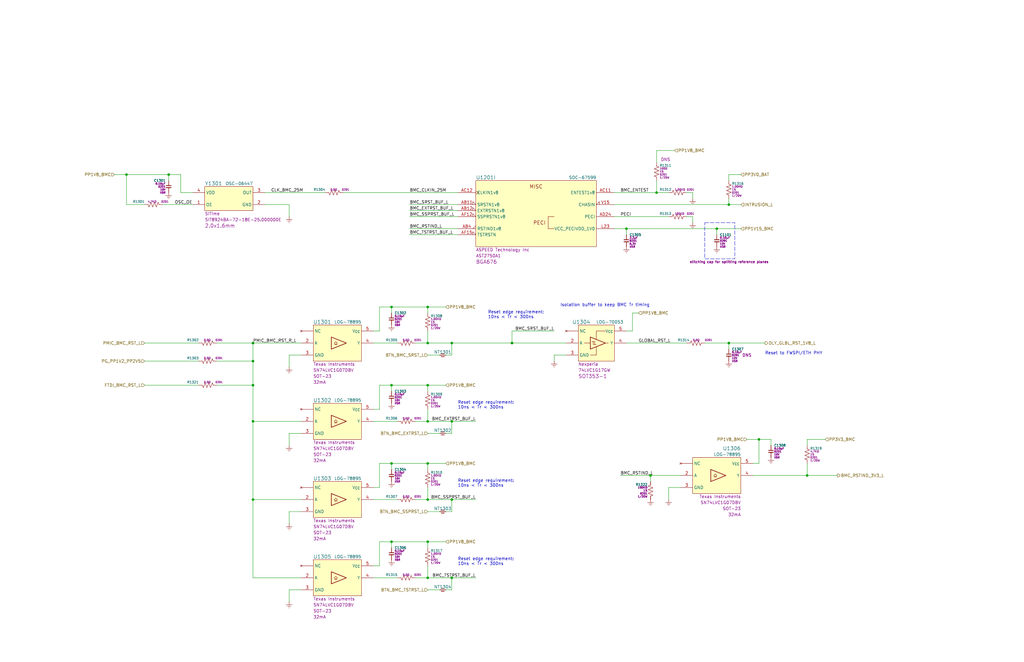
<source format=kicad_sch>
(kicad_sch (version 20231120) (generator "eeschema") (generator_version "8.0")
  (paper "B")
  (title_block (title "${PROJ}") (rev "${REV}") (company "${RPN}") (comment 1 "BMC MISC"))
  (lib_symbols
    (symbol "Capacitors, ceramic, Murata:CCM-610AA" (pin_numbers hide) (pin_names (offset 0) hide)
      (property "Reference" "C" (at 1.27 2.54 0))
      (property "val" "0.10µF" (at 1.27 1.27 0))
      (property "pkg" "0201" (at 1.27 0 0))
      (property "volt" "10V" (at 1.27 -1.27 0))
      (property "type" "X5R" (at 1.27 -2.54 0))
      (symbol "CCM-610AA_1_1"
        (pin passive line (at 0 2.54 270) (length 2.032) (name "~") (number "1"))
        (pin passive line (at 0 -2.54 90) (length 2.032) (name "~") (number "2"))
      )
    )
    (symbol "Capacitors, ceramic, Murata:CCM-722AA" (pin_numbers hide) (pin_names (offset 0) hide)
      (property "Reference" "C" (at 1.27 2.54 0))
      (property "val" "2.2µF" (at 1.27 1.27 0))
      (property "pkg" "0201" (at 1.27 0 0))
      (property "volt" "6.3V" (at 1.27 -1.27 0))
      (property "type" "X5R" (at 1.27 -2.54 0))
      (symbol "CCM-722AA_1_1"
        (pin passive line (at 0 2.54 270) (length 2.032) (name "~") (number "1"))
        (pin passive line (at 0 -2.54 90) (length 2.032) (name "~") (number "2"))
      )
    )
    (symbol "Logics:LOG-70053"
      (property "Reference" "U" (at -7.62 8.89 0))
      (property "Value" "LOG-70053" (at 7.62 8.89 0))
      (property "mfr" "Nexperia" (at -7.62 -8.89 0))
      (property "mpn" "74LVC1G17GW" (at -7.62 -11.43 0))
      (property "pkg" "SOT353-1" (at -7.62 -13.97 0))
      (symbol "LOG-70053_1_1"
        (pin no_connect line (at -12.7 5.08 0) (length 5.08) (name "NC") (number "1"))
        (pin input line (at -12.7 0 0) (length 5.08) (name "A") (number "2"))
        (pin power_in line (at -12.7 -5.08 0) (length 5.08) (name "GND") (number "3"))
        (pin output line (at 12.7 0 180) (length 5.08) (name "Y") (number "4"))
        (pin power_in line (at 12.7 5.08 180) (length 5.08) (name "V_{CC}") (number "5"))
      )
      (symbol "LOG-70053_1_2"
        (pin no_connect line (at -3.81 0 0) (length 0) hide (name "NC") (number "1"))
        (pin input line (at -5.08 0 0) (length 2.54) (name "A") (number "2"))
        (pin power_in line (at 0 -5.08 90) (length 3.81) (name "GND") (number "3"))
        (pin output line (at 5.08 0 180) (length 2.54) (name "Y") (number "4"))
        (pin power_in line (at 0 5.08 270) (length 3.81) (name "V_{CC}") (number "5"))
      )
    )
    (symbol "Logics:LOG-78895"
      (property "Reference" "U" (at -10.16 8.89 0))
      (property "Value" "LOG-78895" (at 10.16 8.89 0))
      (property "mfr" "Texas Instruments" (at -10.16 -8.89 0))
      (property "mpn" "SN74LVC1G07DBV" (at -10.16 -11.43 0))
      (property "pkg" "SOT-23" (at -10.16 -13.97 0))
      (property "IOL_max" "32mA" (at -10.16 -16.51 0))
      (symbol "LOG-78895_1_1"
        (pin no_connect line (at -15.24 5.08 0) (length 5.08) (name "NC") (number "1"))
        (pin input line (at -15.24 0 0) (length 5.08) (name "A") (number "2"))
        (pin power_in line (at -15.24 -5.08 0) (length 5.08) (name "GND") (number "3"))
        (pin open_collector line (at 15.24 0 180) (length 5.08) (name "Y") (number "4"))
        (pin power_in line (at 15.24 5.08 180) (length 5.08) (name "V_{CC}") (number "5"))
      )
      (symbol "LOG-78895_1_2"
        (pin no_connect line (at -3.81 0 0) (length 0) hide (name "NC") (number "1"))
        (pin input line (at -5.08 0 0) (length 2.54) (name "A") (number "2"))
        (pin power_in line (at 0 -5.08 90) (length 3.81) (name "GND") (number "3"))
        (pin open_collector line (at 5.08 0 180) (length 2.54) (name "Y") (number "4"))
        (pin power_in line (at 0 5.08 270) (length 3.81) (name "V_{CC}") (number "5"))
      )
    )
    (symbol "Netlist:NET-10002" (pin_numbers hide) (pin_names (offset 0) hide) (in_bom no) (on_board no)
      (symbol "NET-10002_1_1"
        (pin passive line (at -1.27 0 0) (length 0) (name "1") (number "1"))
        (pin passive line (at 1.27 0 180) (length 0) (name "2") (number "2"))
      )
    )
    (symbol "Power:GND" (power) (pin_names (offset 0)) (in_bom no) (on_board no)
      (symbol "GND_1_1"
        (pin power_in line (at 0 0 270) (length 0) hide (name "GND") (number "1"))
      )
    )
    (symbol "Resistors:RES-0000A" (pin_numbers hide) (pin_names (offset 0) hide)
      (property "Reference" "R" (at 1.27 2.54 0))
      (property "val" "0.0Ω" (at 1.27 1.27 0))
      (property "tol" "<50mΩ" (at 1.27 0 0))
      (property "pkg" "0201" (at 1.27 -1.27 0))
      (property "pwr" "0.5A" (at 1.27 -2.54 0))
      (symbol "RES-0000A_1_1"
        (pin passive line (at 0 3.81 270) (length 1.27) (name "~") (number "1"))
        (pin passive line (at 0 -3.81 90) (length 1.27) (name "~") (number "2"))
      )
    )
    (symbol "Resistors:RES-3100A" (pin_numbers hide) (pin_names (offset 0) hide)
      (property "Reference" "R" (at 1.27 2.54 0))
      (property "val" "100Ω" (at 1.27 1.27 0))
      (property "tol" "1%" (at 1.27 0 0))
      (property "pkg" "0201" (at 1.27 -1.27 0))
      (property "pwr" "1/20W" (at 1.27 -2.54 0))
      (symbol "RES-3100A_1_1"
        (pin passive line (at 0 3.81 270) (length 1.27) (name "~") (number "1"))
        (pin passive line (at 0 -3.81 90) (length 1.27) (name "~") (number "2"))
      )
    )
    (symbol "Resistors:RES-4100A" (pin_numbers hide) (pin_names (offset 0) hide)
      (property "Reference" "R" (at 1.27 2.54 0))
      (property "val" "1.00KΩ" (at 1.27 1.27 0))
      (property "tol" "1%" (at 1.27 0 0))
      (property "pkg" "0201" (at 1.27 -1.27 0))
      (property "pwr" "1/20W" (at 1.27 -2.54 0))
      (symbol "RES-4100A_1_1"
        (pin passive line (at 0 3.81 270) (length 1.27) (name "~") (number "1"))
        (pin passive line (at 0 -3.81 90) (length 1.27) (name "~") (number "2"))
      )
    )
    (symbol "Resistors:RES-4470A" (pin_numbers hide) (pin_names (offset 0) hide)
      (property "Reference" "R" (at 1.27 2.54 0))
      (property "val" "4.7KΩ" (at 1.27 1.27 0))
      (property "tol" "1%" (at 1.27 0 0))
      (property "pkg" "0201" (at 1.27 -1.27 0))
      (property "pwr" "1/20W" (at 1.27 -2.54 0))
      (symbol "RES-4470A_1_1"
        (pin passive line (at 0 3.81 270) (length 1.27) (name "~") (number "1"))
        (pin passive line (at 0 -3.81 90) (length 1.27) (name "~") (number "2"))
      )
    )
    (symbol "Resistors:RES-6100A" (pin_numbers hide) (pin_names (offset 0) hide)
      (property "Reference" "R" (at 1.27 2.54 0))
      (property "val" "100KΩ" (at 1.27 1.27 0))
      (property "tol" "1%" (at 1.27 0 0))
      (property "pkg" "0201" (at 1.27 -1.27 0))
      (property "pwr" "1/20W" (at 1.27 -2.54 0))
      (symbol "RES-6100A_1_1"
        (pin passive line (at 0 3.81 270) (length 1.27) (name "~") (number "1"))
        (pin passive line (at 0 -3.81 90) (length 1.27) (name "~") (number "2"))
      )
    )
    (symbol "Resistors:RES-7100A" (pin_numbers hide) (pin_names (offset 0) hide)
      (property "Reference" "R" (at 1.27 2.54 0))
      (property "val" "1.00MΩ" (at 1.27 1.27 0))
      (property "tol" "1%" (at 1.27 0 0))
      (property "pkg" "0201" (at 1.27 -1.27 0))
      (property "pwr" "1/20W" (at 1.27 -2.54 0))
      (symbol "RES-7100A_1_1"
        (pin passive line (at 0 3.81 270) (length 1.27) (name "~") (number "1"))
        (pin passive line (at 0 -3.81 90) (length 1.27) (name "~") (number "2"))
      )
    )
    (symbol "SoCs, non-Rivos:SOC-67599"
      (property "Reference" "U" (at -17.78 57.15 0))
      (property "Value" "SOC-67599" (at 17.78 57.15 0))
      (property "mfr" "ASPEED Technology Inc" (at -17.78 -58.42 0))
      (property "mpn" "AST2750A1" (at -17.78 -60.96 0))
      (property "pkg" "BGA676" (at -17.78 -63.5 0))
      (symbol "SOC-67599_1_1"
        (text "PCIe0" (at -8.89 22.86 0) (effects (font (size 1.524 1.524)) (justify left)))
        (text "PCIe1" (at 2.54 22.86 0) (effects (font (size 1.524 1.524)) (justify left)))
        (pin input line (at -27.94 20.32 0) (length 7.62) (name "PE0CK_P") (number "AA10"))
        (pin passive line (at -27.94 -20.32 0) (length 7.62) hide (name "VCC_PEG4_1V8[1:0]") (number "AA7"))
        (pin power_in line (at -27.94 -10.16 0) (length 7.62) (name "VCC_PEG4_0V8[1:0]") (number "AA8"))
        (pin input inverted_clock (at 27.94 17.78 180) (length 7.62) (name "PE1CK_N") (number "AA9"))
        (pin input inverted_clock (at -27.94 17.78 0) (length 7.62) (name "PE0CK_N") (number "AB10"))
        (pin passive line (at -27.94 -10.16 0) (length 7.62) hide (name "VCC_PEG4_0V8[1:0]") (number "AB8"))
        (pin input inverted (at 27.94 2.54 180) (length 7.62) (name "PE1RX_N") (number "AC7"))
        (pin output inverted (at 27.94 10.16 180) (length 7.62) (name "PE1TX_N") (number "AC9"))
        (pin input line (at 27.94 -10.16 180) (length 7.62) (name "PCIEREF") (number "AD11"))
        (pin input line (at 27.94 5.08 180) (length 7.62) (name "PE1RX_P") (number "AD7"))
        (pin output line (at 27.94 12.7 180) (length 7.62) (name "PE1TX_P") (number "AD9"))
        (pin output line (at -27.94 12.7 0) (length 7.62) (name "PE0TX_P") (number "AE10"))
        (pin bidirectional line (at 27.94 -2.54 180) (length 7.62) (name "PCIE1RSTN1v8") (number "AE3"))
        (pin input line (at -27.94 5.08 0) (length 7.62) (name "PE0RX_P") (number "AE8"))
        (pin output inverted (at -27.94 10.16 0) (length 7.62) (name "PE0TX_N") (number "AF10"))
        (pin bidirectional line (at -27.94 -2.54 0) (length 7.62) (name "PCIE0RSTN1v8") (number "AF2"))
        (pin input inverted (at -27.94 2.54 0) (length 7.62) (name "PE0RX_N") (number "AF8"))
        (pin power_in line (at -27.94 -20.32 0) (length 7.62) (name "VCC_PEG4_1V8[1:0]") (number "Y8"))
        (pin input line (at 27.94 20.32 180) (length 7.62) (name "PE1CK_P") (number "Y9"))
      )
      (symbol "SOC-67599_2_1"
        (text "DP HBR" (at 0 11.43 0) (effects (font (size 1.524 1.524))))
        (pin input line (at 27.94 -8.89 180) (length 7.62) (name "DPHPD1v8") (number "AA6"))
        (pin power_in line (at -27.94 -8.89 0) (length 7.62) (name "VCC_DP_VCC12A_1V2") (number "AB5"))
        (pin power_in line (at -27.94 1.27 0) (length 7.62) (name "VCC_DP_VCC18A_1V8") (number "AB6"))
        (pin bidirectional inverted (at -27.94 6.35 0) (length 7.62) (name "DPAUX_N") (number "AC5"))
        (pin bidirectional line (at -27.94 8.89 0) (length 7.62) (name "DPAUX_P") (number "AD5"))
        (pin output inverted (at 27.94 -1.27 180) (length 7.62) (name "DPMLTX1_N") (number "AE5"))
        (pin output inverted (at 27.94 6.35 180) (length 7.62) (name "DPMLTX0_N") (number "AE6"))
        (pin output line (at 27.94 1.27 180) (length 7.62) (name "DPMLTX1_P") (number "AF5"))
        (pin output line (at 27.94 8.89 180) (length 7.62) (name "DPMLTX0_P") (number "AF6"))
      )
      (symbol "SOC-67599_3_1"
        (text "DDR4/DDR5" (at 0 53.34 0) (effects (font (size 1.524 1.524))))
        (pin output line (at 25.4 43.18 180) (length 7.62) (name "DDR5CK_P") (number "AA1"))
        (pin output inverted_clock (at 25.4 40.64 180) (length 7.62) (name "DDR5CK_N") (number "AA2"))
        (pin bidirectional line (at 25.4 -5.08 180) (length 7.62) (name "DDR4CA10") (number "AA4"))
        (pin output inverted_clock (at 25.4 48.26 180) (length 7.62) (name "DDR4CK_N") (number "AB1"))
        (pin output line (at 25.4 50.8 180) (length 7.62) (name "DDR4CK_P") (number "AB2"))
        (pin bidirectional line (at 25.4 35.56 180) (length 7.62) (name "DDR4BA0") (number "AB3"))
        (pin bidirectional line (at 25.4 33.02 180) (length 7.62) (name "DDR4BA1") (number "AC1"))
        (pin output output_low (at 25.4 -22.86 180) (length 7.62) (name "DDR4CASN") (number "AC3"))
        (pin bidirectional line (at 25.4 -12.7 180) (length 7.62) (name "DDR4CA13") (number "AD1"))
        (pin output output_low (at 25.4 -27.94 180) (length 7.62) (name "DDR4RASN") (number "AD2"))
        (pin output output_low (at 25.4 -40.64 180) (length 7.62) (name "DDR4CSN") (number "AD3"))
        (pin output output_low (at 25.4 -25.4 180) (length 7.62) (name "DDR4WEN") (number "AE1"))
        (pin output line (at 25.4 -45.72 180) (length 7.62) (name "DDR_ODT") (number "AE2"))
        (pin bidirectional inverted (at -25.4 33.02 0) (length 7.62) (name "DDRDQS0_N") (number "G1"))
        (pin bidirectional line (at -25.4 35.56 0) (length 7.62) (name "DDRDQS0_P") (number "G2"))
        (pin bidirectional line (at -25.4 22.86 0) (length 7.62) (name "DDRDQ0") (number "G3"))
        (pin bidirectional line (at -25.4 15.24 0) (length 7.62) (name "DDRDQ3") (number "H3"))
        (pin bidirectional line (at -25.4 20.32 0) (length 7.62) (name "DDRDQ1") (number "H4"))
        (pin bidirectional line (at -25.4 7.62 0) (length 7.62) (name "DDRDQ6") (number "J1"))
        (pin output line (at -25.4 27.94 0) (length 7.62) (name "DDRDM0") (number "J2"))
        (pin bidirectional line (at -25.4 12.7 0) (length 7.62) (name "DDRDQ4") (number "J3"))
        (pin bidirectional line (at -25.4 17.78 0) (length 7.62) (name "DDRDQ2") (number "J4"))
        (pin bidirectional line (at -25.4 5.08 0) (length 7.62) (name "DDRDQ7") (number "K2"))
        (pin bidirectional line (at -25.4 10.16 0) (length 7.62) (name "DDRDQ5") (number "K3"))
        (pin bidirectional line (at -25.4 -12.7 0) (length 7.62) (name "DDRDQ8") (number "L3"))
        (pin bidirectional inverted (at -25.4 -2.54 0) (length 7.62) (name "DDRDQS1_N") (number "M1"))
        (pin bidirectional line (at -25.4 0 0) (length 7.62) (name "DDRDQS1_P") (number "M2"))
        (pin bidirectional line (at -25.4 -15.24 0) (length 7.62) (name "DDRDQ9") (number "M3"))
        (pin bidirectional line (at -25.4 -20.32 0) (length 7.62) (name "DDRDQ11") (number "M4"))
        (pin bidirectional line (at -25.4 -25.4 0) (length 7.62) (name "DDRDQ13") (number "N1"))
        (pin bidirectional line (at -25.4 -17.78 0) (length 7.62) (name "DDRDQ10") (number "N2"))
        (pin output line (at -25.4 -7.62 0) (length 7.62) (name "DDRDM1") (number "N3"))
        (pin bidirectional line (at -25.4 -30.48 0) (length 7.62) (name "DDRDQ15") (number "P1"))
        (pin bidirectional line (at -25.4 -27.94 0) (length 7.62) (name "DDRDQ14") (number "P3"))
        (pin bidirectional line (at -25.4 -22.86 0) (length 7.62) (name "DDRDQ12") (number "P4"))
        (pin bidirectional line (at 25.4 -17.78 180) (length 7.62) (name "DDR4CKE_DDR5CSN") (number "R2"))
        (pin output output_low (at 25.4 -38.1 180) (length 7.62) (name "DDR4ACTN_DDR5CA2") (number "R3"))
        (pin bidirectional line (at 25.4 25.4 180) (length 7.62) (name "DDR4BG1_DDR5CA1") (number "R4"))
        (pin bidirectional line (at 25.4 2.54 180) (length 7.62) (name "DDR4CA7_DDR5CA6") (number "T1"))
        (pin bidirectional line (at 25.4 27.94 180) (length 7.62) (name "DDR4BG0_DDR5CA0") (number "T2"))
        (pin open_collector line (at 25.4 -33.02 180) (length 7.62) (name "DDR_ALERTN") (number "T4"))
        (pin bidirectional line (at 25.4 -2.54 180) (length 7.62) (name "DDR4CA9_DDR5CA3") (number "U1"))
        (pin bidirectional line (at 25.4 -10.16 180) (length 7.62) (name "DDR4CA12_DDR5CA4") (number "U2"))
        (pin bidirectional line (at 25.4 -7.62 180) (length 7.62) (name "DDR4CA11_DDR5CA5") (number "U3"))
        (pin bidirectional line (at 25.4 5.08 180) (length 7.62) (name "DDR4CA6_DDR5CA8") (number "U4"))
        (pin bidirectional line (at 25.4 0 180) (length 7.62) (name "DDR4CA8_DDR5CA7") (number "V1"))
        (pin bidirectional line (at 25.4 10.16 180) (length 7.62) (name "DDR4CA4_DDR5CA10") (number "V3"))
        (pin bidirectional line (at 25.4 15.24 180) (length 7.62) (name "DDR4CA2_DDR5CA12") (number "V4"))
        (pin output line (at -25.4 -48.26 0) (length 7.62) (name "DDRATO") (number "V5"))
        (pin bidirectional line (at 25.4 12.7 180) (length 7.62) (name "DDR4CA3_DDR5CA11") (number "W1"))
        (pin bidirectional line (at 25.4 7.62 180) (length 7.62) (name "DDR4CA5_DDR5CA9") (number "W2"))
        (pin bidirectional line (at 25.4 20.32 180) (length 7.62) (name "DDR4CA0") (number "W3"))
        (pin input line (at 25.4 -50.8 180) (length 7.62) (name "DDR_ZN") (number "W4"))
        (pin bidirectional line (at 25.4 17.78 180) (length 7.62) (name "DDR4CA1_DDR5CA13") (number "Y1"))
        (pin output output_low (at 25.4 -35.56 180) (length 7.62) (name "DDRRESETN") (number "Y2"))
        (pin output line (at -25.4 -50.8 0) (length 7.62) (name "DDRDTO") (number "Y3"))
      )
      (symbol "SOC-67599_4_1"
        (text "UFS 2.1" (at 0 13.97 0) (effects (font (size 1.524 1.524))))
        (pin output line (at 27.94 11.43 180) (length 7.62) (name "UFSTX0_P") (number "A2"))
        (pin input line (at 27.94 -8.89 180) (length 7.62) (name "UFSRX1_P") (number "B1"))
        (pin output inverted (at 27.94 8.89 180) (length 7.62) (name "UFSTX0_N") (number "B2"))
        (pin input inverted (at 27.94 -11.43 180) (length 7.62) (name "UFSRX1_N") (number "C1"))
        (pin output line (at 27.94 6.35 180) (length 7.62) (name "UFSTX1_P") (number "C2"))
        (pin input line (at 27.94 -3.81 180) (length 7.62) (name "UFSRX0_P") (number "D1"))
        (pin output inverted (at 27.94 3.81 180) (length 7.62) (name "UFSTX1_N") (number "D2"))
        (pin input inverted (at 27.94 -6.35 180) (length 7.62) (name "UFSRX0_N") (number "E1"))
        (pin output clock (at -27.94 11.43 0) (length 7.62) (name "UFSREFCK1v2") (number "E2"))
        (pin output output_low (at -27.94 6.35 0) (length 7.62) (name "UFSRSTN1v2") (number "F2"))
        (pin power_in line (at -27.94 -11.43 0) (length 7.62) (name "VCC_UFS_0V8") (number "K7"))
        (pin power_in line (at -27.94 -1.27 0) (length 7.62) (name "VCC_UFS_1V8") (number "L8"))
      )
      (symbol "SOC-67599_5_1"
        (text "USB2C supports USB-to-UART\n(access to UART11 and UART12)" (at -5.08 16.51 0) (effects (font (size 1 1)) (justify left)))
        (text "USB3.1 Gen2" (at 0 39.37 0) (effects (font (size 1.524 1.524))))
        (pin output inverted (at -27.94 34.29 0) (length 7.62) (name "USB3ATX_N") (number "A3"))
        (pin bidirectional line (at 27.94 29.21 180) (length 7.62) (name "USB2B_P") (number "A4"))
        (pin input inverted (at -27.94 11.43 0) (length 7.62) (name "USB3BRX_N") (number "A5"))
        (pin output line (at -27.94 36.83 0) (length 7.62) (name "USB3ATX_P") (number "B3"))
        (pin bidirectional inverted (at 27.94 26.67 180) (length 7.62) (name "USB2B_N") (number "B4"))
        (pin input line (at -27.94 13.97 0) (length 7.62) (name "USB3BRX_P") (number "B5"))
        (pin bidirectional line (at 27.94 36.83 180) (length 7.62) (name "USB2A_P") (number "C3"))
        (pin input line (at -27.94 29.21 0) (length 7.62) (name "USB3ARX_P") (number "C5"))
        (pin bidirectional inverted (at 27.94 34.29 180) (length 7.62) (name "USB2A_N") (number "D3"))
        (pin input inverted (at -27.94 26.67 0) (length 7.62) (name "USB3ARX_N") (number "D5"))
        (pin input line (at 27.94 -31.75 180) (length 7.62) (name "USB2ATXRTUNE") (number "E3"))
        (pin input line (at -27.94 -31.75 0) (length 7.62) (name "USB3RESREF") (number "E4"))
        (pin output line (at -27.94 21.59 0) (length 7.62) (name "USB3BTX_P") (number "E6"))
        (pin input line (at 27.94 -36.83 180) (length 7.62) (name "USB2BTXRTUNE") (number "F5"))
        (pin output inverted (at -27.94 19.05 0) (length 7.62) (name "USB3BTX_N") (number "F6"))
        (pin power_in line (at 27.94 3.81 180) (length 7.62) (name "VCCA_USB2C_3V3") (number "G15"))
        (pin input clock (at -27.94 6.35 0) (length 7.62) (name "USB25CK_P") (number "G6"))
        (pin bidirectional line (at 27.94 21.59 180) (length 7.62) (name "USB2C_P") (number "H15"))
        (pin input inverted_clock (at -27.94 3.81 0) (length 7.62) (name "USB25CK_N") (number "H6"))
        (pin bidirectional inverted (at 27.94 19.05 180) (length 7.62) (name "USB2C_N") (number "J15"))
        (pin power_in line (at 27.94 6.35 180) (length 7.62) (name "VCC_USB2_3V3") (number "J7"))
        (pin power_in line (at -27.94 -8.89 0) (length 7.62) (name "VCC_USB3_1V8[1:0]") (number "K10"))
        (pin power_in line (at 27.94 -19.05 180) (length 7.62) (name "VCC_USB2_0V8") (number "K11"))
        (pin power_in line (at 27.94 1.27 180) (length 7.62) (name "VCCA_USB2D_3V3") (number "K14"))
        (pin bidirectional line (at 27.94 13.97 180) (length 7.62) (name "USB2D_P") (number "K15"))
        (pin power_in line (at -27.94 -19.05 0) (length 7.62) (name "VCC_USB3_0V8[1:0]") (number "K9"))
        (pin passive line (at -27.94 -8.89 0) (length 7.62) hide (name "VCC_USB3_1V8[1:0]") (number "L10"))
        (pin power_in line (at 27.94 -8.89 180) (length 7.62) (name "VCC_USB2_1V8") (number "L11"))
        (pin bidirectional inverted (at 27.94 11.43 180) (length 7.62) (name "USB2D_N") (number "L15"))
        (pin passive line (at -27.94 -19.05 0) (length 7.62) hide (name "VCC_USB3_0V8[1:0]") (number "L9"))
      )
      (symbol "SOC-67599_6_1"
        (text "eMMC" (at -5.08 36.83 0) (effects (font (size 1.524 1.524))))
        (text "JTAG0 (M/S)" (at 7.62 29.21 0) (effects (font (size 1.524 1.524)) (justify left)))
        (text "JTAG1 (M)" (at 1.27 12.7 0) (effects (font (size 1.524 1.524)) (justify left)))
        (text "LTPI1 Rx" (at 10.16 -24.13 0) (effects (font (size 1.524 1.524)) (justify left)))
        (text "LTPI1 Tx" (at 10.16 -8.89 0) (effects (font (size 1.524 1.524)) (justify left)))
        (text "LTPI2 Rx" (at -10.16 -24.13 0) (effects (font (size 1.524 1.524)) (justify right)))
        (text "LTPI2 Tx" (at -10.16 -8.89 0) (effects (font (size 1.524 1.524)) (justify right)))
        (pin input line (at 45.72 29.21 180) (length 7.62) (name "TMS01v8") (number "AA5"))
        (pin bidirectional line (at -45.72 21.59 0) (length 7.62) (name "EMMCDAT3_GPIO18A5") (number "AB13"))
        (pin input input_low (at -45.72 1.27 0) (length 7.62) (name "EMMCCDN_VB0CSN_GPIO18A6") (number "AB14"))
        (pin bidirectional line (at -45.72 13.97 0) (length 7.62) (name "EMMCDAT5_VB0MISO_GPIO18B1_UFSCLKI") (number "AC13"))
        (pin output clock (at -45.72 34.29 0) (length 7.62) (name "EMMCCLK_VB1CSN_GPIO18A0") (number "AC14"))
        (pin input inverted (at 45.72 -29.21 180) (length 7.62) (name "LTPI1RX_N") (number "AC21"))
        (pin output line (at 45.72 -11.43 180) (length 7.62) (name "LTPI1TX_P") (number "AC23"))
        (pin bidirectional line (at -45.72 11.43 0) (length 7.62) (name "EMMCDAT6_DDCCLK_GPIO18B2") (number "AD13"))
        (pin bidirectional line (at -45.72 29.21 0) (length 7.62) (name "EMMCDAT0_VB1MOSI_GPIO18A2") (number "AD14"))
        (pin input line (at 45.72 -26.67 180) (length 7.62) (name "LTPI1RX_P") (number "AD21"))
        (pin output inverted (at 45.72 -13.97 180) (length 7.62) (name "LTPI1TX_N") (number "AD23"))
        (pin input input_low (at 45.72 34.29 180) (length 7.62) (name "NTRST01v8") (number "AD4"))
        (pin bidirectional line (at -45.72 8.89 0) (length 7.62) (name "EMMCDAT7_DDCDAT_GPIO18B3") (number "AE13"))
        (pin bidirectional line (at -45.72 26.67 0) (length 7.62) (name "EMMCDAT1_VB1MISO_GPIO18A3") (number "AE14"))
        (pin bidirectional line (at -45.72 3.81 0) (length 7.62) (name "EMMCCMD_VB1CK_GPIO18A1") (number "AE15"))
        (pin input inverted_clock (at 45.72 -21.59 180) (length 7.62) (name "LTPI1RXCK_N") (number "AE22"))
        (pin output inverted (at 45.72 -6.35 180) (length 7.62) (name "LTPI1TXCK_N") (number "AE24"))
        (pin input line (at 45.72 24.13 180) (length 7.62) (name "TDI01v8") (number "AE4"))
        (pin bidirectional line (at -45.72 16.51 0) (length 7.62) (name "EMMCDAT4_VB0MOSI_GPIO18B0") (number "AF13"))
        (pin bidirectional line (at -45.72 24.13 0) (length 7.62) (name "EMMCDAT2_GPIO18A4") (number "AF14"))
        (pin input clock (at 45.72 -19.05 180) (length 7.62) (name "LTPI1RXCK_P") (number "AF22"))
        (pin output line (at 45.72 -3.81 180) (length 7.62) (name "LTPI1TXCK_P") (number "AF24"))
        (pin input clock (at 45.72 31.75 180) (length 7.62) (name "TCK01v8") (number "AF3"))
        (pin output line (at 45.72 26.67 180) (length 7.62) (name "TDO01v8") (number "AF4"))
        (pin output output_low (at 45.72 19.05 180) (length 7.62) (name "GPIOQ2_MNTRST13v3") (number "D12"))
        (pin output line (at 45.72 13.97 180) (length 7.62) (name "GPIOQ4_MTMS13v3") (number "E11"))
        (pin output line (at 45.72 16.51 180) (length 7.62) (name "GPIOQ3_MTCK13v3") (number "F10"))
        (pin output line (at 45.72 11.43 180) (length 7.62) (name "GPIOQ5_MTDI13v3") (number "F11"))
        (pin input line (at 45.72 8.89 180) (length 7.62) (name "GPIOQ6_MTDO13v3") (number "F13"))
        (pin power_in line (at 45.72 3.81 180) (length 7.62) (name "VCC_BMC_3V3[3:0]") (number "G13"))
        (pin power_in line (at -45.72 -34.29 0) (length 7.62) (name "VCC_LTPIIO2_1V8[1:0]") (number "P19"))
        (pin power_in line (at 45.72 -34.29 180) (length 7.62) (name "VCC_LTPIIO_1V8[1:0]") (number "P20"))
        (pin passive line (at 45.72 -34.29 180) (length 7.62) hide (name "VCC_LTPIIO_1V8[1:0]") (number "P21"))
        (pin passive line (at -45.72 -34.29 0) (length 7.62) hide (name "VCC_LTPIIO2_1V8[1:0]") (number "R20"))
        (pin output inverted (at -45.72 -6.35 0) (length 7.62) (name "LTPI2TXCK_N") (number "T25"))
        (pin output line (at -45.72 -3.81 0) (length 7.62) (name "LTPI2TXCK_P") (number "T26"))
        (pin output inverted (at -45.72 -13.97 0) (length 7.62) (name "LTPI2TX_N") (number "U23"))
        (pin output line (at -45.72 -11.43 0) (length 7.62) (name "LTPI2TX_P") (number "U24"))
        (pin input inverted_clock (at -45.72 -21.59 0) (length 7.62) (name "LTPI2RXCK_N") (number "V25"))
        (pin input clock (at -45.72 -19.05 0) (length 7.62) (name "LTPI2RXCK_P") (number "V26"))
        (pin input inverted (at -45.72 -29.21 0) (length 7.62) (name "LTPI2RX_N") (number "W23"))
        (pin input line (at -45.72 -26.67 0) (length 7.62) (name "LTPI2RX_P") (number "W24"))
      )
      (symbol "SOC-67599_7_1"
        (text "eSPI0/1" (at 0 13.97 0) (effects (font (size 1.524 1.524))))
        (pin input input_low (at -58.42 3.81 0) (length 7.62) (name "ESPI0CSN_L0FRAMEN_GPIOM5") (number "B13"))
        (pin bidirectional line (at -58.42 -6.35 0) (length 7.62) (name "ESPI0D3_L0AD3_GPIOM3") (number "B14"))
        (pin bidirectional line (at -58.42 -3.81 0) (length 7.62) (name "ESPI0D2_L0AD2_GPIOM2") (number "B15"))
        (pin bidirectional line (at -58.42 1.27 0) (length 7.62) (name "ESPI0D0_L0AD0_GPIOM0") (number "B16"))
        (pin open_collector line (at 58.42 6.35 180) (length 7.62) (name "ESPI1ALTN_L1SIRQN_SD0CMD_GPIOA2_SDA3_VPIVS") (number "C11"))
        (pin bidirectional line (at 58.42 -3.81 180) (length 7.62) (name "ESPI1D2_L1AD2_SD0DAT2_GPIOA6_SDA2") (number "C12"))
        (pin bidirectional line (at 58.42 -6.35 180) (length 7.62) (name "ESPI1D3_L1AD3_SD0DAT3_GPIOA7_SCL3") (number "C13"))
        (pin input input_low (at 58.42 8.89 180) (length 7.62) (name "ESPI1RSTN_LPC1RSTN_SD0CDN_GPIOA1_SCL1_VPIHS") (number "C14"))
        (pin input input_low (at -58.42 8.89 0) (length 7.62) (name "ESPI0RSTN_LPC0RSTN_GPIOM7") (number "C15"))
        (pin input clock (at 58.42 11.43 180) (length 7.62) (name "ESPI1CK_L1CLK_SD0CLK_GPIOA0_SCL0_VPICLK") (number "C16"))
        (pin input clock (at -58.42 11.43 0) (length 7.62) (name "ESPI0CK_L0CLK_OSCCLK_GPIOM4") (number "C17"))
        (pin bidirectional line (at 58.42 -1.27 180) (length 7.62) (name "ESPI1D1_L1AD1_SD0DAT1_GPIOA5_SCL2_VPIR1") (number "D10"))
        (pin bidirectional line (at -58.42 -1.27 0) (length 7.62) (name "ESPI0D1_L0AD1_GPIOM1") (number "D14"))
        (pin input input_low (at 58.42 3.81 180) (length 7.62) (name "ESPI1CSN_L1FRAMEN_SD0WPN_GPIOA3_SDA0_VPIDE") (number "D9"))
        (pin open_collector line (at -58.42 6.35 0) (length 7.62) (name "ESPI0ALTN_L0SIRQN_GPIOM6") (number "E14"))
        (pin bidirectional line (at 58.42 1.27 180) (length 7.62) (name "ESPI1D0_L1AD0_SD0DAT0_GPIOA4_SDA1_VPIR0") (number "F14"))
        (pin power_in line (at 58.42 -11.43 180) (length 7.62) (name "VCC_ESPI1_1V8_3V3") (number "G17"))
        (pin power_in line (at -58.42 -11.43 0) (length 7.62) (name "VCC_ESPI0_1V8_3V3") (number "G18"))
      )
      (symbol "SOC-67599_8_1"
        (text "AST27x0A1: BOOT_FROM_UART strap at pin W16\n0: Disable (int. pulldown)\n1: Enable (ext. pullup required)" (at -29.21 -17.78 0) (effects (font (size 1 1)) (justify left)))
        (text "AST27x0A1: HeartBeat LED function strap at pin AC16\n0: Enable (int. pulldown)\n1: Disable (ext. pullup required)" (at -36.83 12.7 0) (effects (font (size 1 1)) (justify left)))
        (text "AST27x0A1: LTPI CRC mode sel. strap at pin AA14\n0: CRC option 1 (int. pulldown)\n1: CRC option 2" (at -29.21 -11.43 0) (effects (font (size 1 1)) (justify left)))
        (text "Debug / Boot from UART" (at -6.35 -26.67 0) (effects (font (size 1.524 1.524)) (justify left)))
        (text "UART / GPIO" (at -1.27 33.02 0) (effects (font (size 1.524 1.524))))
        (pin bidirectional line (at -52.07 -7.62 0) (length 7.62) (name "GPIOF5_NRTS1") (number "AA14"))
        (pin bidirectional line (at -52.07 5.08 0) (length 7.62) (name "GPIOF0_NCTS1_SIOONCTRLN1_HPM1GPO0") (number "AA15"))
        (pin bidirectional line (at -52.07 27.94 0) (length 7.62) (name "GPIOE1_NDCD0_SIOPBIN1") (number "AA16"))
        (pin bidirectional line (at 52.07 20.32 180) (length 7.62) (name "GPIOG3_RXD3_WDTRST1N_PWM9_SDA12_SM1CLKI") (number "AA17"))
        (pin bidirectional line (at -52.07 2.54 0) (length 7.62) (name "GPIOF1_NDCD1_SIOPWRGD1_HPM1GPO1") (number "AB15"))
        (pin bidirectional line (at -52.07 17.78 0) (length 7.62) (name "GPIOE5_NRTS0_SIOPWREQN1") (number "AB16"))
        (pin output line (at 52.07 7.62 180) (length 7.62) (name "TXD5_GPIOG4_WDTRST2N_PWM10_SCL13_SM1MOSII") (number "AB17"))
        (pin bidirectional line (at 52.07 30.48 180) (length 7.62) (name "GPIOG0_TXD2") (number "AB18"))
        (pin bidirectional line (at -52.07 0 0) (length 7.62) (name "GPIOF2_NDSR1_SALT2") (number "AC15"))
        (pin output line (at -52.07 15.24 0) (length 7.62) (name "TXD0") (number "AC16"))
        (pin bidirectional line (at 52.07 0 180) (length 7.62) (name "GPIOG6_TXD6_PWM12_SALT0_SCL14_SM1IO2I") (number "AC17"))
        (pin bidirectional line (at 52.07 27.94 180) (length 7.62) (name "GPIOG1_RXD2_SCL12") (number "AC18"))
        (pin output line (at 52.07 15.24 180) (length 7.62) (name "TXD41v8") (number "AD12"))
        (pin bidirectional line (at -52.07 -2.54 0) (length 7.62) (name "GPIOF3_NRI1_SALT3") (number "AD15"))
        (pin input line (at 52.07 5.08 180) (length 7.62) (name "RXD5_GPIOG5_WDTRST3N_PWM11_SDA13_SM1MISOI") (number "AD16"))
        (pin bidirectional line (at 52.07 -2.54 180) (length 7.62) (name "GPIOG7_RXD6_PWM13_SALT1_SDA14_SM1IO3I") (number "AD17"))
        (pin input line (at 52.07 12.7 180) (length 7.62) (name "RXD41v8") (number "AE12"))
        (pin bidirectional line (at 52.07 -5.08 180) (length 7.62) (name "GPIOH0_TXD7_PWM14_SCL15_SM1CS0NO") (number "AE16"))
        (pin bidirectional line (at 52.07 -7.62 180) (length 7.62) (name "GPIOH1_RXD7_PWM15_SDA15_SM1MUXSEL") (number "AE17"))
        (pin input line (at -52.07 12.7 0) (length 7.62) (name "RXD0") (number "AF16"))
        (pin bidirectional line (at -52.07 30.48 0) (length 7.62) (name "GPIOE0_NCTS0_SIOPBON1") (number "AF17"))
        (pin output line (at 52.07 -22.86 180) (length 7.62) (name "BMCUART_TXD12") (number "D11"))
        (pin input line (at 52.07 -25.4 180) (length 7.62) (name "BMCUART_RXD12") (number "D13"))
        (pin power_in line (at 52.07 -30.48 180) (length 7.62) (name "VCC_BMC_3V3[3:0]") (number "G14"))
        (pin power_in line (at 52.07 -12.7 180) (length 7.62) (name "VCC_PG2_1V8_3V3[1:0]") (number "H16"))
        (pin bidirectional line (at -52.07 20.32 0) (length 7.62) (name "GPIOE4_NDTR0_SIOS5N1") (number "J13"))
        (pin passive line (at 52.07 -12.7 180) (length 7.62) hide (name "VCC_PG2_1V8_3V3[1:0]") (number "J16"))
        (pin bidirectional line (at 52.07 22.86 180) (length 7.62) (name "GPIOG2_TXD3_WDTRST0N_PWM8_SM1CS0NI") (number "K13"))
        (pin power_in line (at -52.07 -22.86 0) (length 7.62) (name "VCC_SYSUART_1V8_3V3[1:0]") (number "K16"))
        (pin passive line (at -52.07 -22.86 0) (length 7.62) hide (name "VCC_SYSUART_1V8_3V3[1:0]") (number "L16"))
        (pin bidirectional line (at -52.07 -12.7 0) (length 7.62) (name "GPIOF7_RXD1") (number "V16"))
        (pin bidirectional line (at -52.07 22.86 0) (length 7.62) (name "GPIOE3_NRI0_SIOS3N1") (number "V17"))
        (pin bidirectional line (at -52.07 -10.16 0) (length 7.62) (name "GPIOF6_TXD1") (number "W16"))
        (pin bidirectional line (at -52.07 -5.08 0) (length 7.62) (name "GPIOF4_NDTR1_HPM1GPO2") (number "Y15"))
        (pin bidirectional line (at -52.07 25.4 0) (length 7.62) (name "GPIOE2_NDSR0_SIOSCIN1") (number "Y16"))
      )
      (symbol "SOC-67599_9_1"
        (text "MISC" (at 0 11.43 0) (effects (font (size 1.524 1.524))))
        (text "PECI" (at -1.27 -3.81 0) (effects (font (size 1.524 1.524)) (justify left)))
        (pin input input_low (at -33.02 3.81 0) (length 7.62) (name "SRSTN1v8") (number "AB11"))
        (pin input input_low (at -33.02 1.27 0) (length 7.62) (name "EXTRSTN1v8") (number "AB12"))
        (pin output output_low (at -33.02 -6.35 0) (length 7.62) (name "RSTIND1v8") (number "AB4"))
        (pin input line (at 33.02 8.89 180) (length 7.62) (name "ENTEST1v8") (number "AC11"))
        (pin input clock (at -33.02 8.89 0) (length 7.62) (name "CLKIN1v8") (number "AC12"))
        (pin bidirectional line (at 33.02 -1.27 180) (length 7.62) (name "PECI") (number "AD24"))
        (pin input input_low (at -33.02 -1.27 0) (length 7.62) (name "SSPRSTN1v8") (number "AF12"))
        (pin input input_low (at -33.02 -8.89 0) (length 7.62) (name "TSTRSTN") (number "AF15"))
        (pin power_in line (at 33.02 -6.35 180) (length 7.62) (name "VCC_PECIVDD_1V0") (number "L23"))
        (pin input input_low (at 33.02 3.81 180) (length 7.62) (name "CHASIN") (number "V15"))
      )
      (symbol "SOC-67599_10_1"
        (text "GPIO / TACH / PWM" (at 0 22.86 0) (effects (font (size 1.524 1.524))))
        (text "SCMGPO[11:0] will drive output 0 during power on until uboot \nconfiguration, make sure no harm to the peripherals connected." (at -49.53 -19.05 0) (effects (font (size 1 1)) (justify left)))
        (pin bidirectional line (at -58.42 17.78 0) (length 7.62) (name "GPIOB1_TACH1_THRUOUT0_SCMGPO1_VPIR3") (number "AA25"))
        (pin bidirectional line (at -58.42 15.24 0) (length 7.62) (name "GPIOB2_TACH2_THRUIN1_SCMGPO2_VPIR4") (number "AB23"))
        (pin bidirectional line (at 58.42 20.32 180) (length 7.62) (name "GPIOC2_TACH10_SALT12_NCTS6_SCMGPO10_VPIG4") (number "AB26"))
        (pin bidirectional line (at -58.42 20.32 0) (length 7.62) (name "GPIOB0_TACH0_THRUIN0_SCMGPO0_VPIR2") (number "AC26"))
        (pin bidirectional line (at 58.42 -15.24 180) (length 7.62) (name "GPIOD7_PWM7_SIOPWRGD0_SM0MUXSEL_HPM0GPO3") (number "AD22"))
        (pin bidirectional line (at 58.42 0 180) (length 7.62) (name "GPIOD1_PWM1_SIOPBIN0_SM0CLKI_HPM0GPI1_VPIB3") (number "AD25"))
        (pin bidirectional line (at 58.42 17.78 180) (length 7.62) (name "GPIOC3_TACH11_SALT13_NDCD6_SCMGPO11_VPIG5") (number "AD26"))
        (pin bidirectional line (at 58.42 -10.16 180) (length 7.62) (name "GPIOD5_PWM5_SIOPWREQN0_SM0IO3I_HPM0GPO1_VPIB7") (number "AE21"))
        (pin bidirectional line (at 58.42 -12.7 180) (length 7.62) (name "GPIOD6_PWM6_SIOONCTRLN0_SM0CS0NO_HPM0GPO2") (number "AE23"))
        (pin bidirectional line (at 58.42 2.54 180) (length 7.62) (name "GPIOD0_PWM0_SIOPBON0_SM0CS0NI_HPM0GPI0_VPIB2") (number "AE25"))
        (pin bidirectional line (at 58.42 12.7 180) (length 7.62) (name "GPIOC5_TACH13_SALT15_NRI6_SCMGPI1_VPIG7") (number "AE26"))
        (pin bidirectional line (at 58.42 -5.08 180) (length 7.62) (name "GPIOD3_PWM3_SIOS3N0_SM0MISOI_HPM0GPI3_VPIB5") (number "AF20"))
        (pin bidirectional line (at 58.42 -7.62 180) (length 7.62) (name "GPIOD4_PWM4_SIOS5N0_SM0IO2I_HPM0GPO0_VPIB6") (number "AF21"))
        (pin bidirectional line (at 58.42 -2.54 180) (length 7.62) (name "GPIOD2_PWM2_SIOSCIN0_SM0MOSII_HPM0GPI2_VPIB4") (number "AF23"))
        (pin bidirectional line (at 58.42 7.62 180) (length 7.62) (name "GPIOC7_TACH15_NRTS6_SM0CS0NI_SCMGPI3_VPIB1") (number "AF25"))
        (pin bidirectional line (at 58.42 10.16 180) (length 7.62) (name "GPIOC6_TACH14_NDTR6_SCMGPI2_VPIB0") (number "AF26"))
        (pin power_in line (at 58.42 -20.32 180) (length 7.62) (name "VCC_PG1_1V8_3V3[1:0]") (number "L25"))
        (pin power_in line (at -58.42 -7.62 0) (length 7.62) (name "VCC_PG0_1V8_3V3") (number "M24"))
        (pin passive line (at 58.42 -20.32 180) (length 7.62) hide (name "VCC_PG1_1V8_3V3[1:0]") (number "M25"))
        (pin bidirectional line (at -58.42 2.54 0) (length 7.62) (name "GPIOB7_TACH7_NRI5_SCMGPO7_VPIG1") (number "N25"))
        (pin bidirectional line (at -58.42 7.62 0) (length 7.62) (name "GPIOB5_TACH5_NDCD5_SCMGPO5_VPIR7") (number "N26"))
        (pin bidirectional line (at -58.42 5.08 0) (length 7.62) (name "GPIOB6_TACH6_NDSR5_SCMGPO6_VPIG0") (number "P25"))
        (pin bidirectional line (at 58.42 15.24 180) (length 7.62) (name "GPIOC4_TACH12_SALT14_NDSR6_SCMGPI0_VPIG6") (number "P26"))
        (pin bidirectional line (at -58.42 12.7 0) (length 7.62) (name "GPIOB3_TACH3_THRUOUT1_SCMGPO3_VPIR5") (number "U22"))
        (pin bidirectional line (at -58.42 10.16 0) (length 7.62) (name "GPIOB4_TACH4_NCTS5_SCMGPO4_VPIR6") (number "V21"))
        (pin bidirectional line (at -58.42 0 0) (length 7.62) (name "GPIOC0_TACH8_NDTR5_SCMGPO8_VPIG2") (number "V23"))
        (pin bidirectional line (at -58.42 -2.54 0) (length 7.62) (name "GPIOC1_TACH9_NRTS5_SCMGPO9_VPIG3") (number "W22"))
      )
      (symbol "SOC-67599_11_1"
        (text "FSI/I3CLV1" (at -15.24 -25.4 0) (effects (font (size 1.524 1.524)) (justify left)))
        (text "I3CHV0" (at 7.62 26.67 0) (effects (font (size 1.524 1.524)) (justify left)))
        (text "I3CHV1" (at -15.24 26.67 0) (effects (font (size 1.524 1.524)) (justify left)))
        (text "I3CLV1" (at -15.24 -5.08 0) (effects (font (size 1.524 1.524)) (justify left)))
        (pin bidirectional line (at -55.88 -2.54 0) (length 7.62) (name "GPIOJ3_I3CSDA5") (number "AA20"))
        (pin bidirectional line (at -55.88 -20.32 0) (length 7.62) (name "GPIOK2_I3CSCL9_FSI1CLK") (number "AA21"))
        (pin bidirectional line (at -55.88 -5.08 0) (length 7.62) (name "GPIOJ4_I3CSCL6") (number "AA22"))
        (pin bidirectional line (at -55.88 27.94 0) (length 7.62) (name "GPIOI4_HVI3C14SCL_SCL14") (number "AA23"))
        (pin bidirectional line (at 55.88 30.48 180) (length 7.62) (name "GPIOL3_HVI3CSDA1_SDA9") (number "AA24"))
        (pin bidirectional line (at 55.88 25.4 180) (length 7.62) (name "GPIOL5_HVI3CSDA2_SDA10") (number "AA26"))
        (pin bidirectional line (at -55.88 -7.62 0) (length 7.62) (name "GPIOJ5_I3CSDA6") (number "AB20"))
        (pin bidirectional line (at -55.88 -22.86 0) (length 7.62) (name "GPIOK3_I3CSDA9_FSI1DATA") (number "AB21"))
        (pin bidirectional line (at -55.88 22.86 0) (length 7.62) (name "GPIOI6_HVI3C15SCL_SCL15") (number "AB22"))
        (pin bidirectional line (at -55.88 -25.4 0) (length 7.62) (name "GPIOK4_I3CSCL10_FSI2CLK") (number "AC19"))
        (pin bidirectional line (at -55.88 -17.78 0) (length 7.62) (name "GPIOK1_I3CSDA8_FSI0DATA") (number "AC20"))
        (pin bidirectional line (at -55.88 25.4 0) (length 7.62) (name "GPIOI5_HVI3C14SDA_SDA14") (number "AC22"))
        (pin bidirectional line (at -55.88 -33.02 0) (length 7.62) (name "GPIOK7_I3CSDA11_FSI3DATA") (number "AD18"))
        (pin bidirectional line (at -55.88 -30.48 0) (length 7.62) (name "GPIOK6_I3CSCL11_FSI3CLK") (number "AD19"))
        (pin bidirectional line (at -55.88 -15.24 0) (length 7.62) (name "GPIOK0_I3CSCL8_FSI0CLK") (number "AD20"))
        (pin bidirectional line (at -55.88 -27.94 0) (length 7.62) (name "GPIOK5_I3CSDA10_FSI2DATA") (number "AE18"))
        (pin bidirectional line (at -55.88 -12.7 0) (length 7.62) (name "GPIOJ7_I3CSDA7") (number "AE19"))
        (pin bidirectional line (at -55.88 5.08 0) (length 7.62) (name "GPIOJ0_I3CSCL4") (number "AE20"))
        (pin bidirectional line (at -55.88 -10.16 0) (length 7.62) (name "GPIOJ6_I3CSCL7") (number "AF18"))
        (pin bidirectional line (at -55.88 2.54 0) (length 7.62) (name "GPIOJ1_I3CSDA4") (number "AF19"))
        (pin power_in line (at -55.88 -38.1 0) (length 7.62) (name "VCC_I3CVDDL1_1V0[2:0]") (number "N24"))
        (pin power_in line (at 55.88 15.24 180) (length 7.62) (name "VCC_I3CVDDH0_1V8_3V3[1:0]") (number "P22"))
        (pin passive line (at 55.88 15.24 180) (length 7.62) hide (name "VCC_I3CVDDH0_1V8_3V3[1:0]") (number "P23"))
        (pin passive line (at -55.88 -38.1 0) (length 7.62) hide (name "VCC_I3CVDDL1_1V0[2:0]") (number "P24"))
        (pin passive line (at -55.88 -38.1 0) (length 7.62) hide (name "VCC_I3CVDDL1_1V0[2:0]") (number "R24"))
        (pin bidirectional line (at 55.88 27.94 180) (length 7.62) (name "GPIOL4_HVI3CSCL2_SCL10") (number "R25"))
        (pin bidirectional line (at 55.88 22.86 180) (length 7.62) (name "GPIOL6_HVI3CSCL3_SCL11") (number "R26"))
        (pin power_in line (at -55.88 15.24 0) (length 7.62) (name "VCC_I3CVDDH1_1V8_3V3[1:0]") (number "T21"))
        (pin passive line (at -55.88 15.24 0) (length 7.62) hide (name "VCC_I3CVDDH1_1V8_3V3[1:0]") (number "T22"))
        (pin bidirectional line (at 55.88 38.1 180) (length 7.62) (name "GPIOL0_HVI3CSCL0_SCL8") (number "U25"))
        (pin bidirectional line (at 55.88 35.56 180) (length 7.62) (name "GPIOL1_HVI3CSDA0_SDA8") (number "U26"))
        (pin bidirectional line (at -55.88 30.48 0) (length 7.62) (name "GPIOI3_HVI3C13SDA_SDA13") (number "W21"))
        (pin bidirectional line (at -55.88 38.1 0) (length 7.62) (name "GPIOI0_HVI3C12SCL_SCL12") (number "W25"))
        (pin bidirectional line (at -55.88 20.32 0) (length 7.62) (name "GPIOI7_HVI3C15SDA_SDA15") (number "Y21"))
        (pin bidirectional line (at -55.88 0 0) (length 7.62) (name "GPIOJ2_I3CSCL5") (number "Y22"))
        (pin bidirectional line (at -55.88 35.56 0) (length 7.62) (name "GPIOI1_HVI3C12SDA_SDA12") (number "Y23"))
        (pin bidirectional line (at -55.88 33.02 0) (length 7.62) (name "GPIOI2_HVI3C13SCL_SCL13") (number "Y24"))
        (pin bidirectional line (at 55.88 20.32 180) (length 7.62) (name "GPIOL7_HVI3CSDA3_SDA11") (number "Y25"))
        (pin bidirectional line (at 55.88 33.02 180) (length 7.62) (name "GPIOL2_HVI3CSCL1_SCL9") (number "Y26"))
      )
      (symbol "SOC-67599_12_1"
        (text "FWSPI" (at -17.78 34.29 0) (effects (font (size 1.524 1.524))))
        (text "SPI0 - SOC0" (at -15.24 -3.81 0) (effects (font (size 1.524 1.524))))
        (text "SPI1 - SOC1" (at 11.43 34.29 0) (effects (font (size 1.524 1.524))))
        (text "SPI2 - HPM FPGA" (at 2.54 -26.67 0) (effects (font (size 1.524 1.524))))
        (pin output output_low (at -48.26 8.89 0) (length 7.62) (name "FWSPICS2N") (number "A12"))
        (pin output output_low (at -48.26 11.43 0) (length 7.62) (name "FWSPICS1N") (number "A13"))
        (pin input line (at -48.26 16.51 0) (length 7.62) (name "GPIOP7_FWSPIABR") (number "A14"))
        (pin bidirectional line (at -48.26 19.05 0) (length 7.62) (name "FWSPIDQ3_GPIOU7") (number "A15"))
        (pin input line (at -48.26 24.13 0) (length 7.62) (name "FWSPIMISO") (number "A16"))
        (pin output line (at -48.26 26.67 0) (length 7.62) (name "FWSPIMOSI") (number "A17"))
        (pin input line (at 48.26 11.43 180) (length 7.62) (name "GPIOO7_SPI1WPN_THRUOUT2") (number "A18"))
        (pin input line (at 48.26 13.97 180) (length 7.62) (name "GPIOO6_SPI1ABR_THRUIN2") (number "A19"))
        (pin output output_low (at 48.26 16.51 180) (length 7.62) (name "SPI1CS0") (number "A20"))
        (pin bidirectional line (at 48.26 19.05 180) (length 7.62) (name "GPIOO5_SPI1CS1_RXD11") (number "A21"))
        (pin bidirectional line (at 48.26 -11.43 180) (length 7.62) (name "GPIOP3_SPI2MISO") (number "A22"))
        (pin bidirectional line (at 48.26 -8.89 180) (length 7.62) (name "GPIOP2_SPI2MOSI") (number "A23"))
        (pin bidirectional line (at 48.26 26.67 180) (length 7.62) (name "SPI1MISO_TXD10") (number "A24"))
        (pin bidirectional line (at 48.26 29.21 180) (length 7.62) (name "SPI1MOSI_RXD9") (number "A25"))
        (pin bidirectional line (at 48.26 -19.05 180) (length 7.62) (name "GPIOP6_SPI2CS1N_HPM1GPO3") (number "A26"))
        (pin bidirectional line (at -48.26 -16.51 0) (length 7.62) (name "GPION4_SPI0DQ3") (number "B18"))
        (pin input line (at -48.26 -26.67 0) (length 7.62) (name "GPION7_SPI0WPN_RXD8") (number "B19"))
        (pin output output_low (at -48.26 -21.59 0) (length 7.62) (name "SPI0CS0_SPI0CS0") (number "B20"))
        (pin bidirectional line (at -48.26 -19.05 0) (length 7.62) (name "GPION5_SPI0CS1") (number "B21"))
        (pin bidirectional line (at -48.26 -11.43 0) (length 7.62) (name "SPI0MISO_GPION2") (number "B22"))
        (pin bidirectional line (at -48.26 -8.89 0) (length 7.62) (name "SPI0MOSI_GPION1") (number "B23"))
        (pin bidirectional line (at 48.26 24.13 180) (length 7.62) (name "GPIOO3_SPI1DQ2_RXD10") (number "B24"))
        (pin bidirectional line (at 48.26 -13.97 180) (length 7.62) (name "GPIOP4_SPI2DQ2_THRUIN3") (number "B25"))
        (pin output clock (at 48.26 31.75 180) (length 7.62) (name "SPI1CK_TXD9") (number "B26"))
        (pin bidirectional line (at -48.26 -13.97 0) (length 7.62) (name "GPION3_SPI0DQ2") (number "C23"))
        (pin output clock (at -48.26 29.21 0) (length 7.62) (name "FWSPICK") (number "C24"))
        (pin output output_low (at -48.26 31.75 0) (length 7.62) (name "FWSPICS0N") (number "C25"))
        (pin bidirectional line (at 48.26 -6.35 180) (length 7.62) (name "GPIOP1_SPI2CK") (number "C26"))
        (pin output clock (at -48.26 -6.35 0) (length 7.62) (name "SPI0CK") (number "D24"))
        (pin bidirectional line (at 48.26 -3.81 180) (length 7.62) (name "GPIOP0_SPI2CS0N") (number "D26"))
        (pin power_in line (at -48.26 -31.75 0) (length 7.62) (name "VCC_SPI0_1V8_3V3[1:0]") (number "E22"))
        (pin passive line (at -48.26 -31.75 0) (length 7.62) hide (name "VCC_SPI0_1V8_3V3[1:0]") (number "E23"))
        (pin power_in line (at 48.26 6.35 180) (length 7.62) (name "VCC_SPI1_1V8_3V3[1:0]") (number "E24"))
        (pin bidirectional line (at 48.26 21.59 180) (length 7.62) (name "GPIOO4_SPI1DQ3_TXD11") (number "E26"))
        (pin passive line (at 48.26 6.35 180) (length 7.62) hide (name "VCC_SPI1_1V8_3V3[1:0]") (number "F24"))
        (pin bidirectional line (at 48.26 -16.51 180) (length 7.62) (name "GPIOP5_SPI2DQ3_THRUOUT3") (number "F26"))
        (pin power_in line (at -48.26 3.81 0) (length 7.62) (name "VCC_FWSPI_3V3[1:0]") (number "G21"))
        (pin passive line (at -48.26 3.81 0) (length 7.62) hide (name "VCC_FWSPI_3V3[1:0]") (number "G22"))
        (pin power_in line (at 48.26 -24.13 180) (length 7.62) (name "VCC_SPI2_1V8_3V3[1:0]") (number "G23"))
        (pin passive line (at 48.26 -24.13 180) (length 7.62) hide (name "VCC_SPI2_1V8_3V3[1:0]") (number "H23"))
        (pin input line (at -48.26 -24.13 0) (length 7.62) (name "GPION6_SPI0ABR_TXD8") (number "M15"))
        (pin bidirectional line (at -48.26 21.59 0) (length 7.62) (name "FWSPIDQ2_GPIOU6") (number "M16"))
        (pin input line (at -48.26 13.97 0) (length 7.62) (name "GPIOQ7_FWSPIWPN") (number "N15"))
      )
      (symbol "SOC-67599_13_1"
        (text "AST27x0A1: LTPI driving strength \nDS0/DS1 strap at pin C18/N13\nrequire ext. pulls to set LVDS driving strengh" (at 1.27 17.78 0) (effects (font (size 1 1)) (justify left)))
        (text "MAC0" (at -16.51 6.35 0) (effects (font (size 1.524 1.524))))
        (text "MAC1" (at 1.27 6.35 0) (effects (font (size 1.524 1.524))))
        (text "PCIE2SGMII" (at 15.24 -15.24 0) (effects (font (size 1.524 1.524))))
        (text "PCIE2SGMII-MDIO" (at 8.89 -48.26 0) (effects (font (size 1.524 1.524))))
        (pin bidirectional line (at -58.42 31.75 0) (length 7.62) (name "GPIOR7_RGMII0TXCTL_RMII0TXEN") (number "A6"))
        (pin bidirectional line (at -58.42 41.91 0) (length 7.62) (name "GPIOR4_RGMII0RXD2_RMII0CRSDV") (number "A7"))
        (pin bidirectional line (at -58.42 46.99 0) (length 7.62) (name "GPIOR2_RGMII0RXD0_RMII0RXD0") (number "A8"))
        (pin bidirectional line (at 58.42 41.91 180) (length 7.62) (name "GPIOT4_RGMII1RXD2_RMII1CRSDV_SGPM1LD") (number "B10"))
        (pin bidirectional line (at 58.42 49.53 180) (length 7.62) (name "GPIOT1_RGMII1RXCTL_SGPSLD") (number "B11"))
        (pin bidirectional line (at 58.42 44.45 180) (length 7.62) (name "GPIOT3_RGMII1RXD1_RMII1RXD1_RXD3") (number "B12"))
        (pin bidirectional line (at -58.42 29.21 0) (length 7.62) (name "GPIOS0_RGMII0TXD0_RMII0TXD0") (number "B6"))
        (pin bidirectional line (at -58.42 24.13 0) (length 7.62) (name "GPIOS2_RGMII0TXD2") (number "B7"))
        (pin bidirectional line (at -58.42 21.59 0) (length 7.62) (name "GPIOS3_RGMII0TXD3") (number "B8"))
        (pin bidirectional clock (at -58.42 16.51 0) (length 7.62) (name "GPIOS4_MDC0") (number "B9"))
        (pin bidirectional line (at 58.42 13.97 180) (length 7.62) (name "GPIOU5_MDIO1") (number "C10"))
        (pin bidirectional clock (at 58.42 34.29 180) (length 7.62) (name "GPIOT6_RGMII1TXCK_RMII1RCLKO_SGPSCK") (number "C18"))
        (pin bidirectional line (at -58.42 49.53 0) (length 7.62) (name "GPIOR1_RGMII0RXCTL") (number "C19"))
        (pin bidirectional clock (at -58.42 52.07 0) (length 7.62) (name "GPIOR0_RGMII0RXCK_RMII0RCLKI") (number "C20"))
        (pin bidirectional line (at 58.42 31.75 180) (length 7.62) (name "GPIOT7_RGMII1TXCTL_RMII1TXEN") (number "C6"))
        (pin bidirectional line (at 58.42 29.21 180) (length 7.62) (name "GPIOU0_RGMII1TXD0_RMII1TXD0_SGPM1O") (number "C7"))
        (pin bidirectional line (at 58.42 21.59 180) (length 7.62) (name "GPIOU3_RGMII1TXD3_SGPSMI") (number "C8"))
        (pin bidirectional clock (at 58.42 16.51 180) (length 7.62) (name "GPIOU4_MDC1") (number "C9"))
        (pin bidirectional line (at 58.42 46.99 180) (length 7.62) (name "GPIOT2_RGMII1RXD0_RMII1RXD0_TXD3") (number "D15"))
        (pin bidirectional clock (at 58.42 52.07 180) (length 7.62) (name "GPIOT0_RGMII1RXCK_RMII1RCLKI_SGPM1CK") (number "D19"))
        (pin bidirectional clock (at -58.42 34.29 0) (length 7.62) (name "GPIOR6_RGMII0TXCK_RMII0RCLKO") (number "D20"))
        (pin bidirectional line (at 58.42 26.67 180) (length 7.62) (name "GPIOU1_RGMII1TXD1_RMII1TXD1_SGPM1I") (number "D7"))
        (pin bidirectional line (at 58.42 -44.45 180) (length 7.62) (name "GPIOQ0_MDIO2_PE2SGRSTN") (number "E10"))
        (pin bidirectional line (at 58.42 -46.99 180) (length 7.62) (name "GPIOQ1_MDC2") (number "E13"))
        (pin power_in line (at 58.42 8.89 180) (length 7.62) (name "VCC_RVDD1_1V8_3V3[2:0]") (number "E15"))
        (pin passive line (at 58.42 8.89 180) (length 7.62) hide (name "VCC_RVDD1_1V8_3V3[2:0]") (number "E16"))
        (pin passive line (at 58.42 8.89 180) (length 7.62) hide (name "VCC_RVDD1_1V8_3V3[2:0]") (number "E17"))
        (pin power_in line (at -58.42 8.89 0) (length 7.62) (name "VCC_RVDD0_1V8_3V3[2:0]") (number "E18"))
        (pin passive line (at -58.42 8.89 0) (length 7.62) hide (name "VCC_RVDD0_1V8_3V3[2:0]") (number "E19"))
        (pin passive line (at -58.42 8.89 0) (length 7.62) hide (name "VCC_RVDD0_1V8_3V3[2:0]") (number "E20"))
        (pin power_in line (at 58.42 -34.29 180) (length 7.62) (name "VCC_PESGA_IOCORE[1:0]") (number "G24"))
        (pin input line (at 58.42 -19.05 180) (length 7.62) (name "PE2SGRESREF") (number "G26"))
        (pin power_in line (at 58.42 -52.07 180) (length 7.62) (name "VCC_BMC_3V3[3:0]") (number "H13"))
        (pin passive line (at 58.42 -34.29 180) (length 7.62) hide (name "VCC_PESGA_IOCORE[1:0]") (number "H24"))
        (pin output inverted (at 58.42 -8.89 180) (length 7.62) (name "PE2SGTX_P") (number "H25"))
        (pin output line (at 58.42 -6.35 180) (length 7.62) (name "PE2SGTX_N") (number "H26"))
        (pin power_in line (at 58.42 -24.13 180) (length 7.62) (name "VCC_PESGH_3V3") (number "J23"))
        (pin input clock (at 58.42 -1.27 180) (length 7.62) (name "PE2SGCK_P") (number "J25"))
        (pin input inverted_clock (at 58.42 -3.81 180) (length 7.62) (name "PE2SGCK_N") (number "J26"))
        (pin input inverted (at 58.42 -13.97 180) (length 7.62) (name "PE2SGRX_N") (number "K25"))
        (pin input line (at 58.42 -11.43 180) (length 7.62) (name "PE2SGRX_P") (number "K26"))
        (pin bidirectional line (at -58.42 13.97 0) (length 7.62) (name "GPIOS5_MDIO0") (number "M14"))
        (pin bidirectional line (at 58.42 24.13 180) (length 7.62) (name "GPIOU2_RGMII1TXD2_SGPSMO") (number "N13"))
        (pin bidirectional line (at -58.42 26.67 0) (length 7.62) (name "GPIOS1_RGMII0TXD1_RMII0TXD1") (number "N14"))
        (pin bidirectional line (at 58.42 39.37 180) (length 7.62) (name "GPIOT5_RGMII1RXD3_RMII1RXER") (number "P13"))
        (pin bidirectional line (at -58.42 39.37 0) (length 7.62) (name "GPIOR5_RGMII0RXD3_RMII0RXER") (number "P14"))
        (pin bidirectional line (at -58.42 44.45 0) (length 7.62) (name "GPIOR3_RGMII0RXD1_RMII0RXD1") (number "R14"))
      )
      (symbol "SOC-67599_14_1"
        (text "By default, SMB[5:0] are internally allocated to LTPI,\ncan be configured back onto BMC local pinout." (at -38.1 0 0) (effects (font (size 1 1)) (justify left)))
        (text "SMB 0/1/2" (at 0 33.02 0) (effects (font (size 1.524 1.524))))
        (pin bidirectional line (at -50.8 -17.78 0) (length 7.62) (name "GPIOW5_SDA6_I2CF2SDAI") (number "D8"))
        (pin bidirectional line (at 50.8 25.4 180) (length 7.62) (name "GPIOX1_SDA8_I2CF0SDAI") (number "E12"))
        (pin bidirectional line (at -50.8 -20.32 0) (length 7.62) (name "GPIOW6_SCL7_I2CF2SCLO") (number "E8"))
        (pin bidirectional line (at -50.8 -5.08 0) (length 7.62) (name "GPIOW0_SCL4_I2CF1SCLI") (number "E9"))
        (pin bidirectional line (at 50.8 27.94 180) (length 7.62) (name "GPIOX0_SCL8_I2CF0SCLI") (number "F12"))
        (pin power_in line (at -50.8 -27.94 0) (length 7.62) (name "VCC_SMBG1_1V8_3V3") (number "F16"))
        (pin bidirectional line (at -50.8 -15.24 0) (length 7.62) (name "GPIOW4_SCL6_I2CF2SCLI") (number "F7"))
        (pin bidirectional line (at -50.8 -10.16 0) (length 7.62) (name "GPIOW2_SCL5_I2CF1SCLO") (number "F8"))
        (pin bidirectional line (at -50.8 -7.62 0) (length 7.62) (name "GPIOW1_SDA4_I2CF1SDAI") (number "F9"))
        (pin bidirectional line (at 50.8 12.7 180) (length 7.62) (name "GPIOX6_SCL11") (number "G10"))
        (pin bidirectional line (at -50.8 27.94 0) (length 7.62) (name "GPIOV0_SCL0_LTPIPSSCL0") (number "G11"))
        (pin bidirectional line (at 50.8 20.32 180) (length 7.62) (name "GPIOX3_SDA9_CAMBUSSTBY_I2CF0SDAO") (number "G7"))
        (pin bidirectional line (at 50.8 17.78 180) (length 7.62) (name "GPIOX4_SCL10_CAMBUSTX") (number "G8"))
        (pin bidirectional line (at 50.8 15.24 180) (length 7.62) (name "GPIOX5_SDA10_CAMBUSRX") (number "G9"))
        (pin bidirectional line (at -50.8 17.78 0) (length 7.62) (name "GPIOV4_SCL2_LTPIPSSCL2") (number "H10"))
        (pin bidirectional line (at -50.8 15.24 0) (length 7.62) (name "GPIOV5_SDA2_LTPIPSSDA2") (number "H11"))
        (pin power_in line (at 50.8 5.08 180) (length 7.62) (name "VCC_BMC_3V3[3:0]") (number "H14"))
        (pin bidirectional line (at -50.8 25.4 0) (length 7.62) (name "GPIOV1_SDA0_LTPIPSSDA0") (number "H7"))
        (pin bidirectional line (at -50.8 22.86 0) (length 7.62) (name "GPIOV2_SCL1_LTPIPSSCL1") (number "H8"))
        (pin bidirectional line (at -50.8 20.32 0) (length 7.62) (name "GPIOV3_SDA1_LTPIPSSDA1") (number "H9"))
        (pin bidirectional line (at -50.8 10.16 0) (length 7.62) (name "GPIOV7_SDA3_LTPIPSSDA3") (number "J10"))
        (pin bidirectional line (at 50.8 22.86 180) (length 7.62) (name "GPIOX2_SCL9_I2CF0SCLO") (number "J12"))
        (pin power_in line (at -50.8 5.08 0) (length 7.62) (name "VCC_SMBG0_1V8_3V3") (number "J14"))
        (pin bidirectional line (at -50.8 12.7 0) (length 7.62) (name "GPIOV6_SCL3_LTPIPSSCL3") (number "J9"))
        (pin bidirectional line (at 50.8 10.16 180) (length 7.62) (name "GPIOX7_SDA11") (number "K12"))
        (pin bidirectional line (at -50.8 -22.86 0) (length 7.62) (name "GPIOW7_SDA7_I2CF2SDAO") (number "L12"))
        (pin bidirectional line (at -50.8 -12.7 0) (length 7.62) (name "GPIOW3_SDA5_I2CF1SDAO") (number "M13"))
      )
      (symbol "SOC-67599_15_1"
        (text "VGA" (at 0 17.78 0) (effects (font (size 1.524 1.524))))
        (pin output line (at -22.86 -7.62 0) (length 7.62) (name "DACG") (number "A10"))
        (pin output line (at -22.86 -10.16 0) (length 7.62) (name "DACB") (number "A11"))
        (pin output line (at -22.86 -5.08 0) (length 7.62) (name "DACR") (number "A9"))
        (pin input line (at -22.86 -15.24 0) (length 7.62) (name "DACRSET") (number "B17"))
        (pin power_in line (at -22.86 15.24 0) (length 7.62) (name "VCC_DACA_3V3") (number "C22"))
        (pin power_in line (at -22.86 5.08 0) (length 7.62) (name "VCC_DACD_3V3") (number "E21"))
        (pin output line (at 22.86 12.7 180) (length 7.62) (name "VGAVS_GPIOS7") (number "E7"))
        (pin output line (at 22.86 15.24 180) (length 7.62) (name "VGAHS_GPIOS6") (number "J11"))
      )
      (symbol "SOC-67599_16_1"
        (text "ADC" (at 0 25.4 0) (effects (font (size 1.524 1.524))))
        (text "ADCREXT0/1:\n50kΩ pull-down even \nif ADCs are unused" (at 3.81 7.62 0) (effects (font (size 1 1)) (justify left)))
        (pin input line (at 30.48 17.78 180) (length 7.62) (name "ADCREXT0") (number "AA11"))
        (pin input line (at -30.48 5.08 0) (length 7.62) (name "ADC7_GPIY7_SALT11") (number "AA12"))
        (pin input line (at -30.48 10.16 0) (length 7.62) (name "ADC5_GPIY5_SALT9") (number "AA13"))
        (pin input line (at -30.48 12.7 0) (length 7.62) (name "ADC4_GPIY4_SALT8") (number "AA18"))
        (pin input line (at 30.48 -5.08 180) (length 7.62) (name "ADCREXT1") (number "AA19"))
        (pin input line (at -30.48 -17.78 0) (length 7.62) (name "ADC15_GPIZ7") (number "AB19"))
        (pin power_in line (at -30.48 -22.86 0) (length 7.62) (name "VCC_ADCAV33_3V3[2:0]") (number "T18"))
        (pin passive line (at -30.48 -22.86 0) (length 7.62) hide (name "VCC_ADCAV33_3V3[2:0]") (number "T19"))
        (pin passive line (at -30.48 -22.86 0) (length 7.62) hide (name "VCC_ADCAV33_3V3[2:0]") (number "T20"))
        (pin input line (at -30.48 -7.62 0) (length 7.62) (name "ADC11_GPIZ3") (number "V14"))
        (pin input line (at -30.48 20.32 0) (length 7.62) (name "ADC1_GPIY1_SALT5") (number "V18"))
        (pin input line (at -30.48 -10.16 0) (length 7.62) (name "ADC12_GPIZ4") (number "V19"))
        (pin input line (at -30.48 -2.54 0) (length 7.62) (name "ADC9_GPIZ1") (number "V20"))
        (pin input line (at -30.48 -12.7 0) (length 7.62) (name "ADC13_GPIZ5_AUXPWRGOOD0") (number "W14"))
        (pin input line (at 30.48 -7.62 180) (length 7.62) (name "ADCVREFEXT1") (number "W15"))
        (pin input line (at -30.48 22.86 0) (length 7.62) (name "ADC0_GPIY0_SALT4") (number "W17"))
        (pin input line (at -30.48 17.78 0) (length 7.62) (name "ADC2_GPIY2_SALT6") (number "W18"))
        (pin input line (at 30.48 -2.54 180) (length 7.62) (name "ADCVREFN1") (number "W19"))
        (pin input line (at -30.48 0 0) (length 7.62) (name "ADC8_GPIZ0") (number "W20"))
        (pin input line (at -30.48 -5.08 0) (length 7.62) (name "ADC10_GPIZ2") (number "Y11"))
        (pin input line (at 30.48 22.86 180) (length 7.62) (name "ADCVREFP0") (number "Y12"))
        (pin input line (at 30.48 20.32 180) (length 7.62) (name "ADCVREFN0") (number "Y13"))
        (pin input line (at 30.48 15.24 180) (length 7.62) (name "ADCVREFEXT0") (number "Y14"))
        (pin input line (at -30.48 15.24 0) (length 7.62) (name "ADC3_GPIY3_SALT7") (number "Y17"))
        (pin input line (at -30.48 7.62 0) (length 7.62) (name "ADC6_GPIY6_SALT10") (number "Y18"))
        (pin input line (at 30.48 0 180) (length 7.62) (name "ADCVREFP1") (number "Y19"))
        (pin input line (at -30.48 -15.24 0) (length 7.62) (name "ADC14_GPIZ6_AUXPWRGOOD1") (number "Y20"))
      )
      (symbol "SOC-67599_17_1"
        (text "SGPIO-M0/M1" (at 0 10.16 0) (effects (font (size 1.524 1.524))))
        (pin bidirectional line (at 66.04 0 180) (length 7.62) (name "GPIOH2_SGPM1O_WDTRST7N_PESGWAKEN_SFF8485I0_HPM1GPI2") (number "AB24"))
        (pin bidirectional line (at 66.04 5.08 180) (length 7.62) (name "GPIOAA6_SGPM1LD_WDTRST5N_NRTS2_SFF8485LD_HPM1GPI0") (number "AB25"))
        (pin bidirectional line (at 66.04 2.54 180) (length 7.62) (name "GPIOAA7_SGPM1LDR_WDTRST6N_MACLINK1_HPM1GPI1") (number "AC24"))
        (pin bidirectional line (at 66.04 7.62 180) (length 7.62) (name "GPIOAA5_SGPM1CK_WDTRST4N_NDTR2_SFF8485CK") (number "AC25"))
        (pin power_in line (at 66.04 -7.62 180) (length 7.62) (name "VCC_SGPM1_1V8_3V3") (number "K23"))
        (pin power_in line (at -66.04 -7.62 0) (length 7.62) (name "VCC_SGPM0_1V8_3V3") (number "M23"))
        (pin bidirectional line (at -66.04 -2.54 0) (length 7.62) (name "GPIOAA4_SGPM0I_SFF8485I1A_NRI2") (number "T23"))
        (pin bidirectional line (at -66.04 5.08 0) (length 7.62) (name "GPIOAA1_SGPM0LD_SFF8485LDA_NDCD2_MACLINK2") (number "T24"))
        (pin bidirectional line (at -66.04 7.62 0) (length 7.62) (name "GPIOAA0_SGPM0CK_SFF8485CKA_NCTS2_MACLINK0") (number "U21"))
        (pin bidirectional line (at -66.04 0 0) (length 7.62) (name "GPIOAA3_SGPM0O_SFF8485I0A_NDSR2") (number "V22"))
        (pin bidirectional line (at -66.04 2.54 0) (length 7.62) (name "GPIOAA2_HBLEDN_SGPM0LDR") (number "V24"))
        (pin bidirectional line (at 66.04 -2.54 180) (length 7.62) (name "GPIOH3_SGPM1I_SFF8485I1_HPM1GPI3") (number "W26"))
      )
      (symbol "SOC-67599_18_1"
        (text "Power" (at 0 48.26 0) (effects (font (size 1.524 1.524))))
        (pin passive line (at -35.56 -35.56 0) (length 7.62) hide (name "GND[133:0]") (number "A1"))
        (pin passive line (at -35.56 -35.56 0) (length 7.62) hide (name "GND[133:0]") (number "AA3"))
        (pin passive line (at -35.56 -35.56 0) (length 7.62) hide (name "GND[133:0]") (number "AB7"))
        (pin passive line (at -35.56 -35.56 0) (length 7.62) hide (name "GND[133:0]") (number "AB9"))
        (pin passive line (at -35.56 -35.56 0) (length 7.62) hide (name "GND[133:0]") (number "AC10"))
        (pin passive line (at -35.56 -35.56 0) (length 7.62) hide (name "GND[133:0]") (number "AC2"))
        (pin passive line (at -35.56 -35.56 0) (length 7.62) hide (name "GND[133:0]") (number "AC4"))
        (pin passive line (at -35.56 -35.56 0) (length 7.62) hide (name "GND[133:0]") (number "AC6"))
        (pin passive line (at -35.56 -35.56 0) (length 7.62) hide (name "GND[133:0]") (number "AC8"))
        (pin passive line (at -35.56 -35.56 0) (length 7.62) hide (name "GND[133:0]") (number "AD10"))
        (pin passive line (at -35.56 -35.56 0) (length 7.62) hide (name "GND[133:0]") (number "AD6"))
        (pin passive line (at -35.56 -35.56 0) (length 7.62) hide (name "GND[133:0]") (number "AD8"))
        (pin passive line (at -35.56 -35.56 0) (length 7.62) hide (name "GND[133:0]") (number "AE11"))
        (pin passive line (at -35.56 -35.56 0) (length 7.62) hide (name "GND[133:0]") (number "AE7"))
        (pin passive line (at -35.56 -35.56 0) (length 7.62) hide (name "GND[133:0]") (number "AE9"))
        (pin passive line (at -35.56 -35.56 0) (length 7.62) hide (name "GND[133:0]") (number "AF1"))
        (pin passive line (at -35.56 -35.56 0) (length 7.62) hide (name "GND[133:0]") (number "AF11"))
        (pin passive line (at -35.56 -35.56 0) (length 7.62) hide (name "GND[133:0]") (number "AF7"))
        (pin passive line (at -35.56 -35.56 0) (length 7.62) hide (name "GND[133:0]") (number "AF9"))
        (pin passive line (at -35.56 -35.56 0) (length 7.62) hide (name "GND[133:0]") (number "C21"))
        (pin passive line (at -35.56 -35.56 0) (length 7.62) hide (name "GND[133:0]") (number "C4"))
        (pin passive line (at -35.56 -35.56 0) (length 7.62) hide (name "GND[133:0]") (number "D16"))
        (pin passive line (at -35.56 -35.56 0) (length 7.62) hide (name "GND[133:0]") (number "D17"))
        (pin passive line (at -35.56 -35.56 0) (length 7.62) hide (name "GND[133:0]") (number "D18"))
        (pin passive line (at -35.56 -35.56 0) (length 7.62) hide (name "GND[133:0]") (number "D21"))
        (pin passive line (at -35.56 -35.56 0) (length 7.62) hide (name "GND[133:0]") (number "D22"))
        (pin passive line (at -35.56 -35.56 0) (length 7.62) hide (name "GND[133:0]") (number "D23"))
        (pin passive line (at -35.56 -35.56 0) (length 7.62) hide (name "GND[133:0]") (number "D25"))
        (pin passive line (at -35.56 -35.56 0) (length 7.62) hide (name "GND[133:0]") (number "D4"))
        (pin passive line (at -35.56 -35.56 0) (length 7.62) hide (name "GND[133:0]") (number "D6"))
        (pin passive line (at -35.56 -35.56 0) (length 7.62) hide (name "GND[133:0]") (number "E25"))
        (pin passive line (at -35.56 -35.56 0) (length 7.62) hide (name "GND[133:0]") (number "E5"))
        (pin passive line (at -35.56 -35.56 0) (length 7.62) hide (name "GND[133:0]") (number "F1"))
        (pin passive line (at -35.56 -35.56 0) (length 7.62) hide (name "GND[133:0]") (number "F15"))
        (pin passive line (at -35.56 -35.56 0) (length 7.62) hide (name "GND[133:0]") (number "F17"))
        (pin passive line (at -35.56 -35.56 0) (length 7.62) hide (name "GND[133:0]") (number "F18"))
        (pin passive line (at -35.56 -35.56 0) (length 7.62) hide (name "GND[133:0]") (number "F19"))
        (pin passive line (at -35.56 -35.56 0) (length 7.62) hide (name "GND[133:0]") (number "F20"))
        (pin passive line (at -35.56 -35.56 0) (length 7.62) hide (name "GND[133:0]") (number "F21"))
        (pin passive line (at -35.56 -35.56 0) (length 7.62) hide (name "GND[133:0]") (number "F22"))
        (pin passive line (at -35.56 -35.56 0) (length 7.62) hide (name "GND[133:0]") (number "F23"))
        (pin passive line (at -35.56 -35.56 0) (length 7.62) hide (name "GND[133:0]") (number "F25"))
        (pin passive line (at -35.56 -35.56 0) (length 7.62) hide (name "GND[133:0]") (number "F3"))
        (pin passive line (at -35.56 -35.56 0) (length 7.62) hide (name "GND[133:0]") (number "F4"))
        (pin passive line (at -35.56 -35.56 0) (length 7.62) hide (name "GND[133:0]") (number "G12"))
        (pin passive line (at -35.56 -35.56 0) (length 7.62) hide (name "GND[133:0]") (number "G16"))
        (pin passive line (at -35.56 -35.56 0) (length 7.62) hide (name "GND[133:0]") (number "G19"))
        (pin passive line (at -35.56 -35.56 0) (length 7.62) hide (name "GND[133:0]") (number "G20"))
        (pin passive line (at -35.56 -35.56 0) (length 7.62) hide (name "GND[133:0]") (number "G25"))
        (pin passive line (at -35.56 -35.56 0) (length 7.62) hide (name "GND[133:0]") (number "G4"))
        (pin passive line (at -35.56 -35.56 0) (length 7.62) hide (name "GND[133:0]") (number "G5"))
        (pin passive line (at -35.56 -35.56 0) (length 7.62) hide (name "GND[133:0]") (number "H1"))
        (pin passive line (at -35.56 -35.56 0) (length 7.62) hide (name "GND[133:0]") (number "H12"))
        (pin passive line (at -35.56 -35.56 0) (length 7.62) hide (name "GND[133:0]") (number "H17"))
        (pin passive line (at -35.56 -35.56 0) (length 7.62) hide (name "GND[133:0]") (number "H18"))
        (pin power_in line (at 35.56 -35.56 180) (length 7.62) (name "VCC_BMC_1V1[17:0]") (number "H19"))
        (pin passive line (at -35.56 -35.56 0) (length 7.62) hide (name "GND[133:0]") (number "H2"))
        (pin passive line (at 35.56 -35.56 180) (length 7.62) hide (name "VCC_BMC_1V1[17:0]") (number "H20"))
        (pin passive line (at -35.56 -35.56 0) (length 7.62) hide (name "GND[133:0]") (number "H21"))
        (pin passive line (at -35.56 -35.56 0) (length 7.62) hide (name "GND[133:0]") (number "H22"))
        (pin passive line (at -35.56 -35.56 0) (length 7.62) hide (name "GND[133:0]") (number "H5"))
        (pin passive line (at -35.56 -35.56 0) (length 7.62) hide (name "GND[133:0]") (number "J17"))
        (pin passive line (at 35.56 -35.56 180) (length 7.62) hide (name "VCC_BMC_1V1[17:0]") (number "J18"))
        (pin passive line (at 35.56 -35.56 180) (length 7.62) hide (name "VCC_BMC_1V1[17:0]") (number "J19"))
        (pin passive line (at 35.56 -35.56 180) (length 7.62) hide (name "VCC_BMC_1V1[17:0]") (number "J20"))
        (pin passive line (at 35.56 -35.56 180) (length 7.62) hide (name "VCC_BMC_1V1[17:0]") (number "J21"))
        (pin passive line (at -35.56 -35.56 0) (length 7.62) hide (name "GND[133:0]") (number "J22"))
        (pin passive line (at -35.56 -35.56 0) (length 7.62) hide (name "GND[133:0]") (number "J24"))
        (pin passive line (at -35.56 -35.56 0) (length 7.62) hide (name "GND[133:0]") (number "J5"))
        (pin passive line (at -35.56 -35.56 0) (length 7.62) hide (name "GND[133:0]") (number "J6"))
        (pin power_in line (at -35.56 -45.72 0) (length 7.62) (name "VCC_CPUEFUSE_1V8") (number "J8"))
        (pin passive line (at -35.56 -35.56 0) (length 7.62) hide (name "GND[133:0]") (number "K1"))
        (pin passive line (at -35.56 -35.56 0) (length 7.62) hide (name "GND[133:0]") (number "K17"))
        (pin passive line (at 35.56 -35.56 180) (length 7.62) hide (name "VCC_BMC_1V1[17:0]") (number "K18"))
        (pin passive line (at 35.56 -35.56 180) (length 7.62) hide (name "VCC_BMC_1V1[17:0]") (number "K19"))
        (pin passive line (at 35.56 -35.56 180) (length 7.62) hide (name "VCC_BMC_1V1[17:0]") (number "K20"))
        (pin passive line (at 35.56 -35.56 180) (length 7.62) hide (name "VCC_BMC_1V1[17:0]") (number "K21"))
        (pin passive line (at -35.56 -35.56 0) (length 7.62) hide (name "GND[133:0]") (number "K22"))
        (pin passive line (at -35.56 -35.56 0) (length 7.62) hide (name "GND[133:0]") (number "K24"))
        (pin passive line (at -35.56 -35.56 0) (length 7.62) hide (name "GND[133:0]") (number "K4"))
        (pin power_in line (at 35.56 -15.24 180) (length 7.62) (name "VCC_DDR_VDD_0V8[8:0]") (number "K5"))
        (pin passive line (at 35.56 -15.24 180) (length 7.62) hide (name "VCC_DDR_VDD_0V8[8:0]") (number "K6"))
        (pin passive line (at -35.56 -35.56 0) (length 7.62) hide (name "GND[133:0]") (number "K8"))
        (pin passive line (at -35.56 -35.56 0) (length 7.62) hide (name "GND[133:0]") (number "L1"))
        (pin passive line (at -35.56 -35.56 0) (length 7.62) hide (name "GND[133:0]") (number "L13"))
        (pin power_in line (at -35.56 -40.64 0) (length 7.62) (name "VCC_IOEFUSE_2V5") (number "L14"))
        (pin passive line (at -35.56 -35.56 0) (length 7.62) hide (name "GND[133:0]") (number "L17"))
        (pin passive line (at 35.56 -35.56 180) (length 7.62) hide (name "VCC_BMC_1V1[17:0]") (number "L18"))
        (pin passive line (at 35.56 -35.56 180) (length 7.62) hide (name "VCC_BMC_1V1[17:0]") (number "L19"))
        (pin passive line (at -35.56 -35.56 0) (length 7.62) hide (name "GND[133:0]") (number "L2"))
        (pin passive line (at 35.56 -35.56 180) (length 7.62) hide (name "VCC_BMC_1V1[17:0]") (number "L20"))
        (pin passive line (at 35.56 -35.56 180) (length 7.62) hide (name "VCC_BMC_1V1[17:0]") (number "L21"))
        (pin power_in line (at -35.56 -35.56 0) (length 7.62) (name "GND[133:0]") (number "L22"))
        (pin passive line (at -35.56 -35.56 0) (length 7.62) hide (name "GND[133:0]") (number "L24"))
        (pin passive line (at -35.56 -35.56 0) (length 7.62) hide (name "GND[133:0]") (number "L26"))
        (pin passive line (at -35.56 -35.56 0) (length 7.62) hide (name "GND[133:0]") (number "L4"))
        (pin passive line (at -35.56 -35.56 0) (length 7.62) hide (name "GND[133:0]") (number "L5"))
        (pin passive line (at 35.56 -15.24 180) (length 7.62) hide (name "VCC_DDR_VDD_0V8[8:0]") (number "L6"))
        (pin passive line (at 35.56 -15.24 180) (length 7.62) hide (name "VCC_DDR_VDD_0V8[8:0]") (number "L7"))
        (pin passive line (at -35.56 -35.56 0) (length 7.62) hide (name "GND[133:0]") (number "M10"))
        (pin passive line (at -35.56 -35.56 0) (length 7.62) hide (name "GND[133:0]") (number "M11"))
        (pin passive line (at -35.56 -35.56 0) (length 7.62) hide (name "GND[133:0]") (number "M12"))
        (pin passive line (at -35.56 -35.56 0) (length 7.62) hide (name "GND[133:0]") (number "M17"))
        (pin passive line (at 35.56 -35.56 180) (length 7.62) hide (name "VCC_BMC_1V1[17:0]") (number "M18"))
        (pin passive line (at 35.56 -35.56 180) (length 7.62) hide (name "VCC_BMC_1V1[17:0]") (number "M19"))
        (pin passive line (at 35.56 -35.56 180) (length 7.62) hide (name "VCC_BMC_1V1[17:0]") (number "M20"))
        (pin passive line (at 35.56 -35.56 180) (length 7.62) hide (name "VCC_BMC_1V1[17:0]") (number "M21"))
        (pin passive line (at -35.56 -35.56 0) (length 7.62) hide (name "GND[133:0]") (number "M22"))
        (pin power_in line (at -35.56 -25.4 0) (length 7.62) (name "VCC_OTPVCC") (number "M26"))
        (pin passive line (at -35.56 -35.56 0) (length 7.62) hide (name "GND[133:0]") (number "M5"))
        (pin power_in line (at 35.56 -5.08 180) (length 7.62) (name "VCC_DDR_VDDQ[7:0]") (number "M6"))
        (pin passive line (at 35.56 -15.24 180) (length 7.62) hide (name "VCC_DDR_VDD_0V8[8:0]") (number "M7"))
        (pin passive line (at -35.56 -35.56 0) (length 7.62) hide (name "GND[133:0]") (number "M8"))
        (pin passive line (at -35.56 -35.56 0) (length 7.62) hide (name "GND[133:0]") (number "M9"))
        (pin passive line (at 35.56 -25.4 180) (length 7.62) hide (name "VCC_BMC_0V8[18:0]") (number "N10"))
        (pin passive line (at 35.56 -25.4 180) (length 7.62) hide (name "VCC_BMC_0V8[18:0]") (number "N11"))
        (pin passive line (at -35.56 -35.56 0) (length 7.62) hide (name "GND[133:0]") (number "N12"))
        (pin power_in line (at -35.56 35.56 0) (length 7.62) (name "VCC_IOSLI_1V2[2:0]") (number "N16"))
        (pin passive line (at -35.56 -35.56 0) (length 7.62) hide (name "GND[133:0]") (number "N17"))
        (pin passive line (at -35.56 -35.56 0) (length 7.62) hide (name "GND[133:0]") (number "N18"))
        (pin passive line (at -35.56 -35.56 0) (length 7.62) hide (name "GND[133:0]") (number "N19"))
        (pin passive line (at -35.56 -35.56 0) (length 7.62) hide (name "GND[133:0]") (number "N20"))
        (pin passive line (at -35.56 -35.56 0) (length 7.62) hide (name "GND[133:0]") (number "N21"))
        (pin passive line (at -35.56 -35.56 0) (length 7.62) hide (name "GND[133:0]") (number "N22"))
        (pin passive line (at -35.56 -35.56 0) (length 7.62) hide (name "GND[133:0]") (number "N23"))
        (pin passive line (at -35.56 -35.56 0) (length 7.62) hide (name "GND[133:0]") (number "N4"))
        (pin passive line (at -35.56 -35.56 0) (length 7.62) hide (name "GND[133:0]") (number "N5"))
        (pin passive line (at 35.56 -5.08 180) (length 7.62) hide (name "VCC_DDR_VDDQ[7:0]") (number "N6"))
        (pin passive line (at 35.56 -15.24 180) (length 7.62) hide (name "VCC_DDR_VDD_0V8[8:0]") (number "N7"))
        (pin passive line (at -35.56 -35.56 0) (length 7.62) hide (name "GND[133:0]") (number "N8"))
        (pin power_in line (at 35.56 -25.4 180) (length 7.62) (name "VCC_BMC_0V8[18:0]") (number "N9"))
        (pin passive line (at 35.56 -25.4 180) (length 7.62) hide (name "VCC_BMC_0V8[18:0]") (number "P10"))
        (pin passive line (at 35.56 -25.4 180) (length 7.62) hide (name "VCC_BMC_0V8[18:0]") (number "P11"))
        (pin power_in line (at -35.56 45.72 0) (length 7.62) (name "VCC_CPUSLI_1V2[1:0]") (number "P12"))
        (pin passive line (at -35.56 -35.56 0) (length 7.62) hide (name "GND[133:0]") (number "P15"))
        (pin passive line (at -35.56 35.56 0) (length 7.62) hide (name "VCC_IOSLI_1V2[2:0]") (number "P16"))
        (pin passive line (at -35.56 25.4 0) (length 7.62) hide (name "VCC_BMC_1V8[6:0]") (number "P17"))
        (pin passive line (at -35.56 25.4 0) (length 7.62) hide (name "VCC_BMC_1V8[6:0]") (number "P18"))
        (pin passive line (at -35.56 -35.56 0) (length 7.62) hide (name "GND[133:0]") (number "P2"))
        (pin passive line (at -35.56 -35.56 0) (length 7.62) hide (name "GND[133:0]") (number "P5"))
        (pin passive line (at 35.56 -5.08 180) (length 7.62) hide (name "VCC_DDR_VDDQ[7:0]") (number "P6"))
        (pin passive line (at 35.56 -15.24 180) (length 7.62) hide (name "VCC_DDR_VDD_0V8[8:0]") (number "P7"))
        (pin passive line (at -35.56 -35.56 0) (length 7.62) hide (name "GND[133:0]") (number "P8"))
        (pin passive line (at 35.56 -25.4 180) (length 7.62) hide (name "VCC_BMC_0V8[18:0]") (number "P9"))
        (pin passive line (at -35.56 -35.56 0) (length 7.62) hide (name "GND[133:0]") (number "R1"))
        (pin passive line (at 35.56 -25.4 180) (length 7.62) hide (name "VCC_BMC_0V8[18:0]") (number "R10"))
        (pin passive line (at 35.56 -25.4 180) (length 7.62) hide (name "VCC_BMC_0V8[18:0]") (number "R11"))
        (pin passive line (at -35.56 45.72 0) (length 7.62) hide (name "VCC_CPUSLI_1V2[1:0]") (number "R12"))
        (pin passive line (at -35.56 -35.56 0) (length 7.62) hide (name "GND[133:0]") (number "R13"))
        (pin passive line (at -35.56 -35.56 0) (length 7.62) hide (name "GND[133:0]") (number "R15"))
        (pin passive line (at -35.56 35.56 0) (length 7.62) hide (name "VCC_IOSLI_1V2[2:0]") (number "R16"))
        (pin passive line (at -35.56 25.4 0) (length 7.62) hide (name "VCC_BMC_1V8[6:0]") (number "R17"))
        (pin passive line (at -35.56 -35.56 0) (length 7.62) hide (name "GND[133:0]") (number "R18"))
        (pin power_in line (at 35.56 45.72 180) (length 7.62) (name "VCC_BAT") (number "R19"))
        (pin power_in line (at 35.56 43.18 180) (length 7.62) (name "VCC_BAT2") (number "R21"))
        (pin passive line (at -35.56 -35.56 0) (length 7.62) hide (name "GND[133:0]") (number "R22"))
        (pin passive line (at -35.56 -35.56 0) (length 7.62) hide (name "GND[133:0]") (number "R23"))
        (pin passive line (at -35.56 -35.56 0) (length 7.62) hide (name "GND[133:0]") (number "R5"))
        (pin passive line (at 35.56 -5.08 180) (length 7.62) hide (name "VCC_DDR_VDDQ[7:0]") (number "R6"))
        (pin passive line (at 35.56 -15.24 180) (length 7.62) hide (name "VCC_DDR_VDD_0V8[8:0]") (number "R7"))
        (pin passive line (at -35.56 -35.56 0) (length 7.62) hide (name "GND[133:0]") (number "R8"))
        (pin passive line (at 35.56 -25.4 180) (length 7.62) hide (name "VCC_BMC_0V8[18:0]") (number "R9"))
        (pin passive line (at 35.56 -25.4 180) (length 7.62) hide (name "VCC_BMC_0V8[18:0]") (number "T10"))
        (pin passive line (at 35.56 -25.4 180) (length 7.62) hide (name "VCC_BMC_0V8[18:0]") (number "T11"))
        (pin passive line (at -35.56 -35.56 0) (length 7.62) hide (name "GND[133:0]") (number "T12"))
        (pin power_in line (at -35.56 25.4 0) (length 7.62) (name "VCC_BMC_1V8[6:0]") (number "T13"))
        (pin passive line (at -35.56 -35.56 0) (length 7.62) hide (name "GND[133:0]") (number "T14"))
        (pin power_in line (at 35.56 25.4 180) (length 7.62) (name "VCC_DPLL_IOCORE") (number "T15"))
        (pin power_in line (at 35.56 15.24 180) (length 7.62) (name "VCC_APLL_IOCORE") (number "T16"))
        (pin power_in line (at 35.56 35.56 180) (length 7.62) (name "VCC_HPLL_IOCORE") (number "T17"))
        (pin passive line (at -35.56 -35.56 0) (length 7.62) hide (name "GND[133:0]") (number "T3"))
        (pin passive line (at -35.56 -35.56 0) (length 7.62) hide (name "GND[133:0]") (number "T5"))
        (pin passive line (at 35.56 -5.08 180) (length 7.62) hide (name "VCC_DDR_VDDQ[7:0]") (number "T6"))
        (pin passive line (at 35.56 -15.24 180) (length 7.62) hide (name "VCC_DDR_VDD_0V8[8:0]") (number "T7"))
        (pin passive line (at -35.56 -35.56 0) (length 7.62) hide (name "GND[133:0]") (number "T8"))
        (pin passive line (at 35.56 -25.4 180) (length 7.62) hide (name "VCC_BMC_0V8[18:0]") (number "T9"))
        (pin passive line (at 35.56 -25.4 180) (length 7.62) hide (name "VCC_BMC_0V8[18:0]") (number "U10"))
        (pin passive line (at 35.56 -25.4 180) (length 7.62) hide (name "VCC_BMC_0V8[18:0]") (number "U11"))
        (pin passive line (at -35.56 -35.56 0) (length 7.62) hide (name "GND[133:0]") (number "U12"))
        (pin passive line (at -35.56 25.4 0) (length 7.62) hide (name "VCC_BMC_1V8[6:0]") (number "U13"))
        (pin passive line (at -35.56 -35.56 0) (length 7.62) hide (name "GND[133:0]") (number "U14"))
        (pin passive line (at -35.56 -35.56 0) (length 7.62) hide (name "GND[133:0]") (number "U15"))
        (pin passive line (at -35.56 -35.56 0) (length 7.62) hide (name "GND[133:0]") (number "U16"))
        (pin power_in line (at 35.56 -40.64 180) (length 7.62) (name "VCC_LPLL1_1V1") (number "U17"))
        (pin power_in line (at 35.56 -45.72 180) (length 7.62) (name "VCC_LPLL2_1V1") (number "U18"))
        (pin passive line (at -35.56 -35.56 0) (length 7.62) hide (name "GND[133:0]") (number "U19"))
        (pin passive line (at -35.56 -35.56 0) (length 7.62) hide (name "GND[133:0]") (number "U20"))
        (pin passive line (at -35.56 -35.56 0) (length 7.62) hide (name "GND[133:0]") (number "U5"))
        (pin passive line (at 35.56 -5.08 180) (length 7.62) hide (name "VCC_DDR_VDDQ[7:0]") (number "U6"))
        (pin power_in line (at 35.56 5.08 180) (length 7.62) (name "VCC_DDR_VAA_1V8") (number "U7"))
        (pin passive line (at -35.56 -35.56 0) (length 7.62) hide (name "GND[133:0]") (number "U8"))
        (pin passive line (at 35.56 -25.4 180) (length 7.62) hide (name "VCC_BMC_0V8[18:0]") (number "U9"))
        (pin passive line (at 35.56 -25.4 180) (length 7.62) hide (name "VCC_BMC_0V8[18:0]") (number "V10"))
        (pin passive line (at 35.56 -25.4 180) (length 7.62) hide (name "VCC_BMC_0V8[18:0]") (number "V11"))
        (pin passive line (at -35.56 -35.56 0) (length 7.62) hide (name "GND[133:0]") (number "V12"))
        (pin passive line (at -35.56 25.4 0) (length 7.62) hide (name "VCC_BMC_1V8[6:0]") (number "V13"))
        (pin passive line (at -35.56 -35.56 0) (length 7.62) hide (name "GND[133:0]") (number "V2"))
        (pin passive line (at 35.56 -5.08 180) (length 7.62) hide (name "VCC_DDR_VDDQ[7:0]") (number "V6"))
        (pin power_in line (at -35.56 15.24 0) (length 7.62) (name "VCC_VDDAHV_1V8") (number "V7"))
        (pin passive line (at -35.56 -35.56 0) (length 7.62) hide (name "GND[133:0]") (number "V8"))
        (pin passive line (at 35.56 -25.4 180) (length 7.62) hide (name "VCC_BMC_0V8[18:0]") (number "V9"))
        (pin passive line (at 35.56 -25.4 180) (length 7.62) hide (name "VCC_BMC_0V8[18:0]") (number "W10"))
        (pin passive line (at -35.56 -35.56 0) (length 7.62) hide (name "GND[133:0]") (number "W11"))
        (pin passive line (at -35.56 -35.56 0) (length 7.62) hide (name "GND[133:0]") (number "W12"))
        (pin passive line (at -35.56 25.4 0) (length 7.62) hide (name "VCC_BMC_1V8[6:0]") (number "W13"))
        (pin passive line (at -35.56 -35.56 0) (length 7.62) hide (name "GND[133:0]") (number "W5"))
        (pin passive line (at 35.56 -5.08 180) (length 7.62) hide (name "VCC_DDR_VDDQ[7:0]") (number "W6"))
        (pin power_in line (at -35.56 5.08 0) (length 7.62) (name "VCC_MPLLVDD_0V8") (number "W7"))
        (pin passive line (at -35.56 -35.56 0) (length 7.62) hide (name "GND[133:0]") (number "W8"))
        (pin passive line (at -35.56 -35.56 0) (length 7.62) hide (name "GND[133:0]") (number "W9"))
        (pin passive line (at -35.56 -35.56 0) (length 7.62) hide (name "GND[133:0]") (number "Y10"))
        (pin passive line (at -35.56 -35.56 0) (length 7.62) hide (name "GND[133:0]") (number "Y4"))
        (pin power_in line (at -35.56 -15.24 0) (length 7.62) (name "VCC_DLLVDDA_0V8") (number "Y5"))
        (pin power_in line (at -35.56 -5.08 0) (length 7.62) (name "VCC_HLLVDDA_0V8") (number "Y6"))
        (pin passive line (at -35.56 -35.56 0) (length 7.62) hide (name "GND[133:0]") (number "Y7"))
      )
    )
    (symbol "Xtals and Oscillators:OSC-06447"
      (property "Reference" "Y" (at -10.16 6.35 0))
      (property "Value" "OSC-06447" (at 10.16 6.35 0))
      (property "mfr" "SiTime" (at -10.16 -6.35 0))
      (property "mpn" "SIT8924BA-72-18E-25.000000E" (at -10.16 -8.89 0))
      (property "pkg" "2.0x1.6mm" (at -10.16 -11.43 0))
      (symbol "OSC-06447_1_1"
        (pin input line (at -15.24 -2.54 0) (length 5.08) (name "OE") (number "1"))
        (pin power_in line (at 15.24 -2.54 180) (length 5.08) (name "GND") (number "2"))
        (pin output line (at 15.24 2.54 180) (length 5.08) (name "OUT") (number "3"))
        (pin power_in line (at -15.24 2.54 0) (length 5.08) (name "VDD") (number "4"))
      )
    )
  )
  (junction (at 190.5 210.82))
  (junction (at 165.1 162.56))
  (junction (at 180.34 162.56))
  (junction (at 180.34 195.58))
  (junction (at 106.68 210.82))
  (junction (at 190.5 177.8))
  (junction (at 165.1 129.54))
  (junction (at 165.1 195.58))
  (junction (at 106.68 177.8))
  (junction (at 215.9 144.78))
  (junction (at 307.34 86.36))
  (junction (at 340.36 200.66))
  (junction (at 274.32 200.66))
  (junction (at 302.26 96.52))
  (junction (at 180.34 129.54))
  (junction (at 180.34 210.82))
  (junction (at 190.5 243.84))
  (junction (at 307.34 144.78))
  (junction (at 106.68 162.56))
  (junction (at 106.68 144.78))
  (junction (at 180.34 228.6))
  (junction (at 180.34 144.78))
  (junction (at 165.1 228.6))
  (junction (at 264.16 96.52))
  (junction (at 71.12 73.66))
  (junction (at 180.34 177.8))
  (junction (at 190.5 144.78))
  (junction (at 180.34 243.84))
  (junction (at 276.86 81.28))
  (junction (at 106.68 152.4))
  (junction (at 53.34 73.66))
  (junction (at 320.04 185.42))
  (wire (pts (xy 190.5 144.78) (xy 190.5 149.86)))
  (wire (pts (xy 180.34 215.9) (xy 185.42 215.9)))
  (wire (pts (xy 190.5 210.82) (xy 200.66 210.82)))
  (wire (pts (xy 144.78 81.28) (xy 193.04 81.28)))
  (wire (pts (xy 340.36 195.58) (xy 340.36 200.66)))
  (wire (pts (xy 172.72 88.9) (xy 193.04 88.9)))
  (wire (pts (xy 165.1 195.58) (xy 180.34 195.58)))
  (wire (pts (xy 121.92 149.86) (xy 121.92 154.94)))
  (wire (pts (xy 180.34 162.56) (xy 187.96 162.56)))
  (wire (pts (xy 297.18 144.78) (xy 307.34 144.78)))
  (wire (pts (xy 340.36 200.66) (xy 353.06 200.66)))
  (wire (pts (xy 76.2 73.66) (xy 76.2 81.28)))
  (wire (pts (xy 264.16 144.78) (xy 289.56 144.78)))
  (wire (pts (xy 261.62 200.66) (xy 274.32 200.66)))
  (wire (pts (xy 266.7 132.08) (xy 269.24 132.08)))
  (wire (pts (xy 187.96 182.88) (xy 190.5 182.88)))
  (wire (pts (xy 172.72 86.36) (xy 193.04 86.36)))
  (wire (pts (xy 106.68 144.78) (xy 127 144.78)))
  (wire (pts (xy 121.92 149.86) (xy 127 149.86)))
  (wire (pts (xy 91.44 162.56) (xy 106.68 162.56)))
  (wire (pts (xy 180.34 195.58) (xy 180.34 198.12)))
  (wire (pts (xy 292.1 81.28) (xy 292.1 83.82)))
  (wire (pts (xy 106.68 177.8) (xy 127 177.8)))
  (wire (pts (xy 172.72 91.44) (xy 193.04 91.44)))
  (wire (pts (xy 266.7 132.08) (xy 266.7 139.7)))
  (wire (pts (xy 121.92 248.92) (xy 121.92 254)))
  (wire (pts (xy 307.34 73.66) (xy 307.34 76.2)))
  (wire (pts (xy 180.34 228.6) (xy 187.96 228.6)))
  (wire (pts (xy 307.34 144.78) (xy 307.34 147.32)))
  (wire (pts (xy 264.16 96.52) (xy 302.26 96.52)))
  (wire (pts (xy 180.34 139.7) (xy 180.34 144.78)))
  (wire (pts (xy 274.32 200.66) (xy 287.02 200.66)))
  (wire (pts (xy 307.34 86.36) (xy 312.42 86.36)))
  (wire (pts (xy 121.92 86.36) (xy 121.92 91.44)))
  (wire (pts (xy 165.1 162.56) (xy 165.1 165.1)))
  (wire (pts (xy 165.1 195.58) (xy 165.1 198.12)))
  (wire (pts (xy 111.76 81.28) (xy 137.16 81.28)))
  (wire (pts (xy 106.68 243.84) (xy 127 243.84)))
  (wire (pts (xy 289.56 91.44) (xy 292.1 91.44)))
  (wire (pts (xy 180.34 238.76) (xy 180.34 243.84)))
  (wire (pts (xy 215.9 139.7) (xy 233.68 139.7)))
  (wire (pts (xy 180.34 162.56) (xy 180.34 165.1)))
  (wire (pts (xy 320.04 185.42) (xy 325.12 185.42)))
  (wire (pts (xy 165.1 129.54) (xy 180.34 129.54)))
  (wire (pts (xy 71.12 73.66) (xy 71.12 76.2)))
  (wire (pts (xy 106.68 177.8) (xy 106.68 210.82)))
  (wire (pts (xy 48.26 73.66) (xy 53.34 73.66)))
  (wire (pts (xy 233.68 149.86) (xy 233.68 152.4)))
  (wire (pts (xy 160.02 195.58) (xy 160.02 205.74)))
  (wire (pts (xy 259.08 91.44) (xy 281.94 91.44)))
  (wire (pts (xy 259.08 96.52) (xy 264.16 96.52)))
  (wire (pts (xy 190.5 177.8) (xy 190.5 182.88)))
  (wire (pts (xy 180.34 210.82) (xy 190.5 210.82)))
  (wire (pts (xy 289.56 81.28) (xy 292.1 81.28)))
  (wire (pts (xy 180.34 129.54) (xy 187.96 129.54)))
  (wire (pts (xy 281.94 205.74) (xy 287.02 205.74)))
  (wire (pts (xy 91.44 144.78) (xy 106.68 144.78)))
  (wire (pts (xy 157.48 139.7) (xy 160.02 139.7)))
  (wire (pts (xy 281.94 205.74) (xy 281.94 210.82)))
  (wire (pts (xy 215.9 139.7) (xy 215.9 144.78)))
  (wire (pts (xy 307.34 144.78) (xy 322.58 144.78)))
  (wire (pts (xy 106.68 210.82) (xy 106.68 243.84)))
  (wire (pts (xy 160.02 129.54) (xy 165.1 129.54)))
  (wire (pts (xy 76.2 81.28) (xy 81.28 81.28)))
  (wire (pts (xy 187.96 215.9) (xy 190.5 215.9)))
  (wire (pts (xy 160.02 195.58) (xy 165.1 195.58)))
  (wire (pts (xy 53.34 73.66) (xy 71.12 73.66)))
  (wire (pts (xy 175.26 243.84) (xy 180.34 243.84)))
  (wire (pts (xy 317.5 195.58) (xy 320.04 195.58)))
  (wire (pts (xy 180.34 182.88) (xy 185.42 182.88)))
  (wire (pts (xy 302.26 96.52) (xy 312.42 96.52)))
  (wire (pts (xy 314.96 185.42) (xy 320.04 185.42)))
  (wire (pts (xy 106.68 152.4) (xy 106.68 162.56)))
  (wire (pts (xy 259.08 81.28) (xy 276.86 81.28)))
  (wire (pts (xy 190.5 210.82) (xy 190.5 215.9)))
  (wire (pts (xy 172.72 99.06) (xy 193.04 99.06)))
  (wire (pts (xy 320.04 185.42) (xy 320.04 195.58)))
  (wire (pts (xy 190.5 177.8) (xy 200.66 177.8)))
  (wire (pts (xy 175.26 177.8) (xy 180.34 177.8)))
  (wire (pts (xy 175.26 144.78) (xy 180.34 144.78)))
  (wire (pts (xy 180.34 228.6) (xy 180.34 231.14)))
  (wire (pts (xy 91.44 152.4) (xy 106.68 152.4)))
  (wire (pts (xy 111.76 86.36) (xy 121.92 86.36)))
  (wire (pts (xy 180.34 149.86) (xy 185.42 149.86)))
  (wire (pts (xy 121.92 182.88) (xy 127 182.88)))
  (wire (pts (xy 157.48 210.82) (xy 167.64 210.82)))
  (wire (pts (xy 160.02 162.56) (xy 165.1 162.56)))
  (wire (pts (xy 340.36 185.42) (xy 347.98 185.42)))
  (wire (pts (xy 157.48 172.72) (xy 160.02 172.72)))
  (wire (pts (xy 276.86 63.5) (xy 276.86 68.58)))
  (wire (pts (xy 276.86 81.28) (xy 281.94 81.28)))
  (wire (pts (xy 233.68 149.86) (xy 238.76 149.86)))
  (wire (pts (xy 187.96 149.86) (xy 190.5 149.86)))
  (wire (pts (xy 317.5 200.66) (xy 340.36 200.66)))
  (wire (pts (xy 180.34 195.58) (xy 187.96 195.58)))
  (wire (pts (xy 106.68 210.82) (xy 127 210.82)))
  (wire (pts (xy 160.02 162.56) (xy 160.02 172.72)))
  (wire (pts (xy 264.16 139.7) (xy 266.7 139.7)))
  (wire (pts (xy 302.26 96.52) (xy 302.26 99.06)))
  (wire (pts (xy 292.1 91.44) (xy 292.1 93.98)))
  (wire (pts (xy 180.34 205.74) (xy 180.34 210.82)))
  (wire (pts (xy 307.34 73.66) (xy 312.42 73.66)))
  (wire (pts (xy 165.1 228.6) (xy 165.1 231.14)))
  (wire (pts (xy 276.86 76.2) (xy 276.86 81.28)))
  (wire (pts (xy 259.08 86.36) (xy 307.34 86.36)))
  (wire (pts (xy 106.68 162.56) (xy 106.68 177.8)))
  (wire (pts (xy 180.34 129.54) (xy 180.34 132.08)))
  (wire (pts (xy 157.48 144.78) (xy 167.64 144.78)))
  (wire (pts (xy 180.34 243.84) (xy 190.5 243.84)))
  (wire (pts (xy 160.02 129.54) (xy 160.02 139.7)))
  (wire (pts (xy 180.34 144.78) (xy 190.5 144.78)))
  (wire (pts (xy 175.26 210.82) (xy 180.34 210.82)))
  (wire (pts (xy 180.34 177.8) (xy 190.5 177.8)))
  (wire (pts (xy 172.72 96.52) (xy 193.04 96.52)))
  (wire (pts (xy 325.12 185.42) (xy 325.12 187.96)))
  (wire (pts (xy 121.92 215.9) (xy 121.92 220.98)))
  (wire (pts (xy 121.92 248.92) (xy 127 248.92)))
  (wire (pts (xy 274.32 200.66) (xy 274.32 203.2)))
  (wire (pts (xy 160.02 228.6) (xy 165.1 228.6)))
  (wire (pts (xy 165.1 162.56) (xy 180.34 162.56)))
  (wire (pts (xy 215.9 144.78) (xy 238.76 144.78)))
  (wire (pts (xy 157.48 205.74) (xy 160.02 205.74)))
  (wire (pts (xy 264.16 96.52) (xy 264.16 99.06)))
  (wire (pts (xy 157.48 238.76) (xy 160.02 238.76)))
  (wire (pts (xy 160.02 228.6) (xy 160.02 238.76)))
  (wire (pts (xy 190.5 243.84) (xy 200.66 243.84)))
  (wire (pts (xy 121.92 182.88) (xy 121.92 187.96)))
  (wire (pts (xy 60.96 144.78) (xy 83.82 144.78)))
  (wire (pts (xy 60.96 162.56) (xy 83.82 162.56)))
  (wire (pts (xy 157.48 243.84) (xy 167.64 243.84)))
  (wire (pts (xy 157.48 177.8) (xy 167.64 177.8)))
  (wire (pts (xy 53.34 73.66) (xy 53.34 86.36)))
  (wire (pts (xy 180.34 172.72) (xy 180.34 177.8)))
  (wire (pts (xy 190.5 144.78) (xy 215.9 144.78)))
  (wire (pts (xy 180.34 248.92) (xy 185.42 248.92)))
  (wire (pts (xy 106.68 144.78) (xy 106.68 152.4)))
  (wire (pts (xy 340.36 185.42) (xy 340.36 187.96)))
  (wire (pts (xy 71.12 73.66) (xy 76.2 73.66)))
  (wire (pts (xy 53.34 86.36) (xy 60.96 86.36)))
  (wire (pts (xy 60.96 152.4) (xy 83.82 152.4)))
  (wire (pts (xy 187.96 248.92) (xy 190.5 248.92)))
  (wire (pts (xy 165.1 129.54) (xy 165.1 132.08)))
  (wire (pts (xy 121.92 215.9) (xy 127 215.9)))
  (wire (pts (xy 165.1 228.6) (xy 180.34 228.6)))
  (wire (pts (xy 276.86 63.5) (xy 284.48 63.5)))
  (wire (pts (xy 190.5 243.84) (xy 190.5 248.92)))
  (wire (pts (xy 68.58 86.36) (xy 81.28 86.36)))
  (wire (pts (xy 307.34 83.82) (xy 307.34 86.36)))
  (rectangle (start 297.18 93.98) (end 309.88 109.22) (stroke (width 0) (type dash)))
  (text "Reset to FWSPI/ETH PHY" (at 322.58 149.86 0) (effects (font (size 1.27 1.27)) (justify left bottom)))
  (text "Reset edge requirement:\n10ns < Tr < 300ns" (at 205.74 134.62 0) (effects (font (size 1.27 1.27)) (justify left bottom)))
  (text "Isolation buffer to keep BMC Tr timing" (at 236.22 129.54 0) (effects (font (size 1.27 1.27)) (justify left bottom)))
  (text "Reset edge requirement:\n10ns < Tr < 300ns" (at 193.04 205.74 0) (effects (font (size 1.27 1.27)) (justify left bottom)))
  (text "Reset edge requirement:\n10ns < Tr < 300ns" (at 193.04 172.72 0) (effects (font (size 1.27 1.27)) (justify left bottom)))
  (text "Reset edge requirement:\n10ns < Tr < 300ns" (at 193.04 238.76 0) (effects (font (size 1.27 1.27)) (justify left bottom)))
  (label "BMC_RSTIND_L" (at 261.62 200.66 0))
  (label "BMC_SRST_BUF_L" (at 172.72 86.36 0))
  (label "BMC_TSTRST_BUF_L" (at 172.72 99.06 0))
  (label "CLK_BMC_25M" (at 114.3 81.28 0))
  (label "PMIC_BMC_RST_R_L" (at 106.68 144.78 0))
  (label "BMC_RSTIND_L" (at 172.72 96.52 0))
  (label "BMC_SRST_BUF_L" (at 233.68 139.7 180))
  (label "BMC_CLKIN_25M" (at 172.72 81.28 0))
  (label "BMC_ENTEST" (at 261.62 81.28 0))
  (label "BMC_TSTRST_BUF_L" (at 200.66 243.84 180))
  (label "BMC_SSPRST_BUF_L" (at 200.66 210.82 180))
  (label "PECI" (at 261.62 91.44 0))
  (label "OSC_OE" (at 73.66 86.36 0))
  (label "BMC_EXTRST_BUF_L" (at 172.72 88.9 0))
  (label "BMC_EXTRST_BUF_L" (at 200.66 177.8 180))
  (label "GLOBAL_RST_L" (at 269.24 144.78 0))
  (label "BMC_SSPRST_BUF_L" (at 172.72 91.44 0))
  (hierarchical_label "PP1V8_BMC" (shape input) (at 187.96 162.56 0))
  (hierarchical_label "PP1V8_BMC" (shape input) (at 48.26 73.66 180))
  (hierarchical_label "PP1V8_BMC" (shape input) (at 187.96 195.58 0))
  (hierarchical_label "PP1V8_BMC" (shape input) (at 187.96 228.6 0))
  (hierarchical_label "BTN_BMC_SSPRST_L" (shape input) (at 180.34 215.9 180))
  (hierarchical_label "PG_PP1V2_PP2V5" (shape input) (at 60.96 152.4 180))
  (hierarchical_label "PP1V8_BMC" (shape input) (at 187.96 129.54 0))
  (hierarchical_label "PP1V15_BMC" (shape input) (at 312.42 96.52 0))
  (hierarchical_label "PP1V8_BMC" (shape input) (at 284.48 63.5 0))
  (hierarchical_label "DLY_GLBL_RST_1V8_L" (shape output) (at 322.58 144.78 0))
  (hierarchical_label "PMIC_BMC_RST_L" (shape input) (at 60.96 144.78 180))
  (hierarchical_label "PP3V0_BAT" (shape input) (at 312.42 73.66 0))
  (hierarchical_label "PP3V3_BMC" (shape input) (at 347.98 185.42 0))
  (hierarchical_label "BTN_BMC_SRST_L" (shape input) (at 180.34 149.86 180))
  (hierarchical_label "BMC_RSTIND_3V3_L" (shape output) (at 353.06 200.66 0))
  (hierarchical_label "BTN_BMC_TSTRST_L" (shape input) (at 180.34 248.92 180))
  (hierarchical_label "PP1V8_BMC" (shape input) (at 269.24 132.08 0))
  (hierarchical_label "INTRUSION_L" (shape input) (at 312.42 86.36 0))
  (hierarchical_label "BTN_BMC_EXTRST_L" (shape input) (at 180.34 182.88 180))
  (hierarchical_label "FTDI_BMC_RST_L" (shape input) (at 60.96 162.56 180))
  (hierarchical_label "PP1V8_BMC" (shape input) (at 314.96 185.42 180))
  (symbol (lib_id "Resistors:RES-4470A") (at 340.36 191.77 0) (unit 1)
    (property "Reference" "R1319" (at 341.63 189.23 0) (effects (font (size 1 1)) (justify left)))
    (property "Value" "RES-4470A" (effects (hide yes)))
    (property "Description" "RES, 4.7KΩ, 1%, 0201, 1/20W, <50V, 0.26mm" (effects (hide yes)))
    (property "val" "4.7KΩ" (at 341.63 190.5 0) (effects (font (size 0.8 0.8)) (justify left)))
    (property "tol" "1%" (at 341.63 191.77 0) (effects (font (size 0.8 0.8)) (justify left)))
    (property "Sim.Device" "R" (effects (hide yes)))
    (property "pkg" "0201" (at 341.63 193.04 0) (effects (font (size 0.8 0.8)) (justify left)))
    (property "Sim.Pins" "1=+ 2=-" (effects (hide yes)))
    (property "pwr" "1/20W" (at 341.63 194.31 0) (effects (font (size 0.8 0.8)) (justify left)))
    (property "Sim.Params" "r=\"${val}\"" (effects (hide yes)))
    (property "height" "0.26mm" (effects (hide yes)))
  )
  (symbol (lib_id "Power:GND") (at 274.32 210.82 0) (unit 1) (in_bom no) (on_board no)
    (property "Reference" "#PWR01318" (effects (hide yes)))
    (property "Value" "GND" (effects (hide yes)))
    (property "Description" "Power symbol creates a global label with name \"GND\"" (effects (hide yes)))
  )
  (symbol (lib_id "Resistors:RES-4100A") (at 285.75 81.28 90) (unit 1)
    (property "Reference" "R1312" (at 278.13 80.01 90) (effects (font (size 1 1)) (justify right)))
    (property "Value" "RES-4100A" (effects (hide yes)))
    (property "Description" "RES, 1.00KΩ, 1%, 0201, 1/20W, <50V, 0.26mm" (effects (hide yes)))
    (property "val" "1.00KΩ" (at 284.48 80.01 90) (effects (font (size 0.8 0.8)) (justify right)))
    (property "tol" "1%" (effects (hide yes)))
    (property "Sim.Device" "R" (effects (hide yes)))
    (property "pkg" "0201" (at 289.56 80.01 90) (effects (font (size 0.8 0.8)) (justify right)))
    (property "Sim.Pins" "1=+ 2=-" (effects (hide yes)))
    (property "pwr" "1/20W" (effects (hide yes)))
    (property "Sim.Params" "r=\"${val}\"" (effects (hide yes)))
    (property "height" "0.26mm" (effects (hide yes)))
  )
  (symbol (lib_id "Resistors:RES-0000A") (at 140.97 81.28 270) (mirror x) (unit 1)
    (property "Reference" "R1304" (at 137.16 80.01 90) (effects (font (size 1 1)) (justify right)))
    (property "Value" "RES-0000A" (effects (hide yes)))
    (property "Description" "RES, 0.0Ω, <50mΩ, 0201, 0.5A, <1A, 0.26mm" (effects (hide yes)))
    (property "val" "0.0Ω" (at 142.24 80.01 90) (effects (font (size 0.8 0.8)) (justify right)))
    (property "tol" "<50mΩ" (effects (hide yes)))
    (property "Sim.Device" "R" (effects (hide yes)))
    (property "pkg" "0201" (at 147.32 80.01 90) (effects (font (size 0.8 0.8)) (justify right)))
    (property "Sim.Pins" "1=+ 2=-" (effects (hide yes)))
    (property "pwr" "0.5A" (effects (hide yes)))
    (property "Sim.Params" "r=\"${val}\"" (effects (hide yes)))
    (property "height" "0.26mm" (effects (hide yes)))
  )
  (symbol (lib_id "Resistors:RES-4100A") (at 180.34 168.91 0) (unit 1)
    (property "Reference" "R1309" (at 181.61 166.37 0) (effects (font (size 1 1)) (justify left)))
    (property "Value" "RES-4100A" (effects (hide yes)))
    (property "Description" "RES, 1.00KΩ, 1%, 0201, 1/20W, <50V, 0.26mm" (effects (hide yes)))
    (property "val" "1.00KΩ" (at 181.61 167.64 0) (effects (font (size 0.8 0.8)) (justify left)))
    (property "tol" "1%" (at 181.61 168.91 0) (effects (font (size 0.8 0.8)) (justify left)))
    (property "Sim.Device" "R" (effects (hide yes)))
    (property "pkg" "0201" (at 181.61 170.18 0) (effects (font (size 0.8 0.8)) (justify left)))
    (property "Sim.Pins" "1=+ 2=-" (effects (hide yes)))
    (property "pwr" "1/20W" (at 181.61 171.45 0) (effects (font (size 0.8 0.8)) (justify left)))
    (property "Sim.Params" "r=\"${val}\"" (effects (hide yes)))
    (property "height" "0.26mm" (effects (hide yes)))
  )
  (symbol (lib_id "Capacitors, ceramic, Murata:CCM-610AA") (at 307.34 149.86 0) (unit 1)
    (property "Reference" "C1307" (at 308.61 147.32 0) (effects (font (size 1 1)) (justify left)))
    (property "Value" "CCM-610AA" (effects (hide yes)))
    (property "Description" "CAP, ceramic, 0.10µF, 0201, 10V, ±20%, X5R, 0.33 mm" (effects (hide yes)))
    (property "val" "0.10µF" (at 308.61 148.59 0) (effects (font (size 0.8 0.8)) (justify left)))
    (property "pkg" "0201" (at 308.61 149.86 0) (effects (font (size 0.8 0.8)) (justify left)))
    (property "mfr" "Murata" (effects (hide yes)))
    (property "volt" "10V" (at 308.61 151.13 0) (effects (font (size 0.8 0.8)) (justify left)))
    (property "Sim.Pins" "1=+ 2=-" (effects (hide yes)))
    (property "Sim.Device" "C" (effects (hide yes)))
    (property "type" "X5R" (at 308.61 152.4 0) (effects (font (size 0.8 0.8)) (justify left)))
    (property "Sim.Params" "c=${val}" (effects (hide yes)))
    (property "tol" "±20%" (effects (hide yes)))
    (property "height" "0.33mm" (effects (hide yes)))
    (property "mpn" "GRM033R61A104ME15" (effects (hide yes)))
    (property "BOM" "DNS" (at 314.96 149.86 0))
  )
  (symbol (lib_id "Resistors:RES-4470A") (at 64.77 86.36 270) (mirror x) (unit 1)
    (property "Reference" "R1301" (at 60.96 85.09 90) (effects (font (size 1 1)) (justify right)))
    (property "Value" "RES-4470A" (effects (hide yes)))
    (property "Description" "RES, 4.7KΩ, 1%, 0201, 1/20W, <50V, 0.26mm" (effects (hide yes)))
    (property "val" "4.7KΩ" (at 66.04 85.09 90) (effects (font (size 0.8 0.8)) (justify right)))
    (property "tol" "1%" (effects (hide yes)))
    (property "Sim.Device" "R" (effects (hide yes)))
    (property "pkg" "0201" (at 71.12 85.09 90) (effects (font (size 0.8 0.8)) (justify right)))
    (property "Sim.Pins" "1=+ 2=-" (effects (hide yes)))
    (property "pwr" "1/20W" (effects (hide yes)))
    (property "Sim.Params" "r=\"${val}\"" (effects (hide yes)))
    (property "height" "0.26mm" (effects (hide yes)))
  )
  (symbol (lib_id "Logics:LOG-78895") (at 142.24 177.8 0) (unit 1)
    (property "Reference" "U1302" (at 132.08 168.91 0) (effects (font (size 1.524 1.524)) (justify left)))
    (property "Value" "LOG-78895" (at 152.4 168.91 0) (effects (justify right)))
    (property "Datasheet" "https://www.ti.com/lit/ds/symlink/sn74lvc1g07.pdf" (effects (hide yes)))
    (property "Description" "IC, Single Buffer, 1.65-5.5Vcc, Open-drain output" (effects (hide yes)))
    (property "mfr" "Texas Instruments" (at 132.08 186.69 0) (effects (justify left)))
    (property "mpn" "SN74LVC1G07DBV" (at 132.08 189.23 0) (effects (justify left)))
    (property "pkg" "SOT-23" (at 132.08 191.77 0) (effects (justify left)))
    (property "height" "1.45mm" (effects (hide yes)))
    (property "IOL_max" "32mA" (at 132.08 194.31 0) (effects (justify left)))
  )
  (symbol (lib_id "Capacitors, ceramic, Murata:CCM-610AA") (at 71.12 78.74 0) (mirror y) (unit 1)
    (property "Reference" "C1301" (at 69.85 76.2 0) (effects (font (size 1 1)) (justify left)))
    (property "Value" "CCM-610AA" (effects (hide yes)))
    (property "Description" "CAP, ceramic, 0.10µF, 0201, 10V, ±20%, X5R, 0.33 mm" (effects (hide yes)))
    (property "val" "0.10µF" (at 69.85 77.47 0) (effects (font (size 0.8 0.8)) (justify left)))
    (property "pkg" "0201" (at 69.85 78.74 0) (effects (font (size 0.8 0.8)) (justify left)))
    (property "mfr" "Murata" (effects (hide yes)))
    (property "Sim.Pins" "1=+ 2=-" (effects (hide yes)))
    (property "volt" "10V" (at 69.85 80.01 0) (effects (font (size 0.8 0.8)) (justify left)))
    (property "Sim.Device" "C" (effects (hide yes)))
    (property "type" "X5R" (at 69.85 81.28 0) (effects (font (size 0.8 0.8)) (justify left)))
    (property "Sim.Params" "c=${val}" (effects (hide yes)))
    (property "tol" "±20%" (effects (hide yes)))
    (property "height" "0.33mm" (effects (hide yes)))
    (property "mpn" "GRM033R61A104ME15" (effects (hide yes)))
  )
  (symbol (lib_id "Xtals and Oscillators:OSC-06447") (at 96.52 83.82 0) (unit 1)
    (property "Reference" "Y1301" (at 86.36 77.47 0) (effects (font (size 1.524 1.524)) (justify left)))
    (property "Value" "OSC-06447" (at 106.68 77.47 0) (effects (justify right)))
    (property "Datasheet" "https://www.sitime.com/support/resource-library/datasheets/sit8924-datasheet" (effects (hide yes)))
    (property "Description" "IC, OSC, 25MHz, 25ppm, 1.8Vdd, OE pin, 2.0x1.6mm" (effects (hide yes)))
    (property "mfr" "SiTime" (at 86.36 90.17 0) (effects (justify left)))
    (property "mpn" "SIT8924BA-72-18E-25.000000E" (at 86.36 92.71 0) (effects (justify left)))
    (property "pkg" "2.0x1.6mm" (at 86.36 95.25 0) (effects (font (size 1.524 1.524)) (justify left)))
    (property "height" "0.8mm" (effects (hide yes)))
  )
  (symbol (lib_id "Resistors:RES-0000A") (at 293.37 144.78 90) (unit 1)
    (property "Reference" "R1314" (at 285.75 143.51 90) (effects (font (size 1 1)) (justify right)))
    (property "Value" "RES-0000A" (effects (hide yes)))
    (property "Description" "RES, 0.0Ω, <50mΩ, 0201, 0.5A, <1A, 0.26mm" (effects (hide yes)))
    (property "val" "0.0Ω" (at 292.1 143.51 90) (effects (font (size 0.8 0.8)) (justify right)))
    (property "tol" "<50mΩ" (effects (hide yes)))
    (property "Sim.Device" "R" (effects (hide yes)))
    (property "pkg" "0201" (at 297.18 143.51 90) (effects (font (size 0.8 0.8)) (justify right)))
    (property "Sim.Pins" "1=+ 2=-" (effects (hide yes)))
    (property "pwr" "0.5A" (effects (hide yes)))
    (property "Sim.Params" "r=\"${val}\"" (effects (hide yes)))
    (property "height" "0.26mm" (effects (hide yes)))
  )
  (symbol (lib_id "Netlist:NET-10002") (at 186.69 149.86 0) (unit 1) (in_bom no) (on_board no)
    (property "Reference" "NT1301" (at 186.69 148.59 0))
    (property "Value" "NET-10002" (effects (hide yes)))
    (property "Description" "Net tie, merges nets" (effects (hide yes)))
  )
  (symbol (lib_id "Capacitors, ceramic, Murata:CCM-610AA") (at 302.26 101.6 0) (unit 1)
    (property "Reference" "C1101" (at 303.53 99.06 0) (effects (font (size 1 1)) (justify left)))
    (property "Value" "CCM-610AA" (effects (hide yes)))
    (property "Description" "CAP, ceramic, 0.10µF, 0201, 10V, ±20%, X5R, 0.33 mm" (effects (hide yes)))
    (property "val" "0.10µF" (at 303.53 100.33 0) (effects (font (size 0.8 0.8)) (justify left)))
    (property "pkg" "0201" (at 303.53 101.6 0) (effects (font (size 0.8 0.8)) (justify left)))
    (property "mfr" "Murata" (effects (hide yes)))
    (property "Sim.Pins" "1=+ 2=-" (effects (hide yes)))
    (property "volt" "10V" (at 303.53 102.87 0) (effects (font (size 0.8 0.8)) (justify left)))
    (property "Sim.Device" "C" (effects (hide yes)))
    (property "type" "X5R" (at 303.53 104.14 0) (effects (font (size 0.8 0.8)) (justify left)))
    (property "Sim.Params" "c=${val}" (effects (hide yes)))
    (property "tol" "±20%" (effects (hide yes)))
    (property "height" "0.33mm" (effects (hide yes)))
    (property "mpn" "GRM033R61A104ME15" (effects (hide yes)))
    (property "placement" "stitching cap for splitting reference planes" (at 290.83 110.49 0) (effects (font (size 1 1)) (justify left)))
  )
  (symbol (lib_id "Power:GND") (at 233.68 152.4 0) (unit 1) (in_bom no) (on_board no)
    (property "Reference" "#PWR01309" (effects (hide yes)))
    (property "Value" "GND" (effects (hide yes)))
    (property "Description" "Power symbol creates a global label with name \"GND\"" (effects (hide yes)))
  )
  (symbol (lib_id "Power:GND") (at 165.1 236.22 0) (unit 1) (in_bom no) (on_board no)
    (property "Reference" "#PWR01315" (effects (hide yes)))
    (property "Value" "GND" (effects (hide yes)))
    (property "Description" "Power symbol creates a global label with name \"GND\"" (effects (hide yes)))
  )
  (symbol (lib_id "Power:GND") (at 292.1 83.82 0) (unit 1) (in_bom no) (on_board no)
    (property "Reference" "#PWR01311" (effects (hide yes)))
    (property "Value" "GND" (effects (hide yes)))
    (property "Description" "Power symbol creates a global label with name \"GND\"" (effects (hide yes)))
  )
  (symbol (lib_id "Logics:LOG-78895") (at 302.26 200.66 0) (unit 1)
    (property "Reference" "U1306" (at 312.42 189.23 0) (effects (font (size 1.524 1.524)) (justify right)))
    (property "Value" "LOG-78895" (at 312.42 191.77 0) (effects (justify right)))
    (property "Datasheet" "https://www.ti.com/lit/ds/symlink/sn74lvc1g07.pdf" (effects (hide yes)))
    (property "Description" "IC, Single Buffer, 1.65-5.5Vcc, Open-drain output" (effects (hide yes)))
    (property "mfr" "Texas Instruments" (at 312.42 209.55 0) (effects (justify right)))
    (property "mpn" "SN74LVC1G07DBV" (at 312.42 212.09 0) (effects (justify right)))
    (property "pkg" "SOT-23" (at 312.42 214.63 0) (effects (justify right)))
    (property "height" "1.45mm" (effects (hide yes)))
    (property "IOL_max" "32mA" (at 312.42 217.17 0) (effects (justify right)))
  )
  (symbol (lib_id "Resistors:RES-4100A") (at 180.34 234.95 0) (unit 1)
    (property "Reference" "R1317" (at 181.61 232.41 0) (effects (font (size 1 1)) (justify left)))
    (property "Value" "RES-4100A" (effects (hide yes)))
    (property "Description" "RES, 1.00KΩ, 1%, 0201, 1/20W, <50V, 0.26mm" (effects (hide yes)))
    (property "val" "1.00KΩ" (at 181.61 233.68 0) (effects (font (size 0.8 0.8)) (justify left)))
    (property "tol" "1%" (at 181.61 234.95 0) (effects (font (size 0.8 0.8)) (justify left)))
    (property "Sim.Device" "R" (effects (hide yes)))
    (property "pkg" "0201" (at 181.61 236.22 0) (effects (font (size 0.8 0.8)) (justify left)))
    (property "Sim.Pins" "1=+ 2=-" (effects (hide yes)))
    (property "pwr" "1/20W" (at 181.61 237.49 0) (effects (font (size 0.8 0.8)) (justify left)))
    (property "Sim.Params" "r=\"${val}\"" (effects (hide yes)))
    (property "height" "0.26mm" (effects (hide yes)))
  )
  (symbol (lib_id "Capacitors, ceramic, Murata:CCM-610AA") (at 165.1 200.66 0) (unit 1)
    (property "Reference" "C1304" (at 166.37 198.12 0) (effects (font (size 1 1)) (justify left)))
    (property "Value" "CCM-610AA" (effects (hide yes)))
    (property "Description" "CAP, ceramic, 0.10µF, 0201, 10V, ±20%, X5R, 0.33 mm" (effects (hide yes)))
    (property "val" "0.10µF" (at 166.37 199.39 0) (effects (font (size 0.8 0.8)) (justify left)))
    (property "pkg" "0201" (at 166.37 200.66 0) (effects (font (size 0.8 0.8)) (justify left)))
    (property "mfr" "Murata" (effects (hide yes)))
    (property "Sim.Pins" "1=+ 2=-" (effects (hide yes)))
    (property "volt" "10V" (at 166.37 201.93 0) (effects (font (size 0.8 0.8)) (justify left)))
    (property "Sim.Device" "C" (effects (hide yes)))
    (property "type" "X5R" (at 166.37 203.2 0) (effects (font (size 0.8 0.8)) (justify left)))
    (property "Sim.Params" "c=${val}" (effects (hide yes)))
    (property "tol" "±20%" (effects (hide yes)))
    (property "height" "0.33mm" (effects (hide yes)))
    (property "mpn" "GRM033R61A104ME15" (effects (hide yes)))
  )
  (symbol (lib_id "Power:GND") (at 264.16 104.14 0) (unit 1) (in_bom no) (on_board no)
    (property "Reference" "#PWR01310" (effects (hide yes)))
    (property "Value" "GND" (effects (hide yes)))
    (property "Description" "Power symbol creates a global label with name \"GND\"" (effects (hide yes)))
  )
  (symbol (lib_id "Logics:LOG-78895") (at 142.24 243.84 0) (unit 1)
    (property "Reference" "U1305" (at 132.08 234.95 0) (effects (font (size 1.524 1.524)) (justify left)))
    (property "Value" "LOG-78895" (at 152.4 234.95 0) (effects (justify right)))
    (property "Datasheet" "https://www.ti.com/lit/ds/symlink/sn74lvc1g07.pdf" (effects (hide yes)))
    (property "Description" "IC, Single Buffer, 1.65-5.5Vcc, Open-drain output" (effects (hide yes)))
    (property "mfr" "Texas Instruments" (at 132.08 252.73 0) (effects (justify left)))
    (property "mpn" "SN74LVC1G07DBV" (at 132.08 255.27 0) (effects (justify left)))
    (property "pkg" "SOT-23" (at 132.08 257.81 0) (effects (justify left)))
    (property "height" "1.45mm" (effects (hide yes)))
    (property "IOL_max" "32mA" (at 132.08 260.35 0) (effects (justify left)))
  )
  (symbol (lib_id "Capacitors, ceramic, Murata:CCM-610AA") (at 165.1 167.64 0) (unit 1)
    (property "Reference" "C1303" (at 166.37 165.1 0) (effects (font (size 1 1)) (justify left)))
    (property "Value" "CCM-610AA" (effects (hide yes)))
    (property "Description" "CAP, ceramic, 0.10µF, 0201, 10V, ±20%, X5R, 0.33 mm" (effects (hide yes)))
    (property "val" "0.10µF" (at 166.37 166.37 0) (effects (font (size 0.8 0.8)) (justify left)))
    (property "pkg" "0201" (at 166.37 167.64 0) (effects (font (size 0.8 0.8)) (justify left)))
    (property "mfr" "Murata" (effects (hide yes)))
    (property "Sim.Pins" "1=+ 2=-" (effects (hide yes)))
    (property "volt" "10V" (at 166.37 168.91 0) (effects (font (size 0.8 0.8)) (justify left)))
    (property "Sim.Device" "C" (effects (hide yes)))
    (property "type" "X5R" (at 166.37 170.18 0) (effects (font (size 0.8 0.8)) (justify left)))
    (property "Sim.Params" "c=${val}" (effects (hide yes)))
    (property "tol" "±20%" (effects (hide yes)))
    (property "height" "0.33mm" (effects (hide yes)))
    (property "mpn" "GRM033R61A104ME15" (effects (hide yes)))
  )
  (symbol (lib_id "Power:GND") (at 121.92 220.98 0) (unit 1) (in_bom no) (on_board no)
    (property "Reference" "#PWR01305" (effects (hide yes)))
    (property "Value" "GND" (effects (hide yes)))
    (property "Description" "Power symbol creates a global label with name \"GND\"" (effects (hide yes)))
  )
  (symbol (lib_id "Logics:LOG-78895") (at 142.24 144.78 0) (unit 1)
    (property "Reference" "U1301" (at 132.08 135.89 0) (effects (font (size 1.524 1.524)) (justify left)))
    (property "Value" "LOG-78895" (at 152.4 135.89 0) (effects (justify right)))
    (property "Datasheet" "https://www.ti.com/lit/ds/symlink/sn74lvc1g07.pdf" (effects (hide yes)))
    (property "Description" "IC, Single Buffer, 1.65-5.5Vcc, Open-drain output" (effects (hide yes)))
    (property "mfr" "Texas Instruments" (at 132.08 153.67 0) (effects (justify left)))
    (property "mpn" "SN74LVC1G07DBV" (at 132.08 156.21 0) (effects (justify left)))
    (property "pkg" "SOT-23" (at 132.08 158.75 0) (effects (justify left)))
    (property "height" "1.45mm" (effects (hide yes)))
    (property "IOL_max" "32mA" (at 132.08 161.29 0) (effects (justify left)))
  )
  (symbol (lib_id "Power:GND") (at 121.92 154.94 0) (unit 1) (in_bom no) (on_board no)
    (property "Reference" "#PWR01303" (effects (hide yes)))
    (property "Value" "GND" (effects (hide yes)))
    (property "Description" "Power symbol creates a global label with name \"GND\"" (effects (hide yes)))
  )
  (symbol (lib_id "Power:GND") (at 165.1 203.2 0) (unit 1) (in_bom no) (on_board no)
    (property "Reference" "#PWR01308" (effects (hide yes)))
    (property "Value" "GND" (effects (hide yes)))
    (property "Description" "Power symbol creates a global label with name \"GND\"" (effects (hide yes)))
  )
  (symbol (lib_id "Resistors:RES-6100A") (at 274.32 207.01 0) (mirror y) (unit 1)
    (property "Reference" "R1322" (at 273.05 204.47 0) (effects (font (size 1 1)) (justify left)))
    (property "Value" "RES-6100A" (effects (hide yes)))
    (property "Description" "RES, 100KΩ, 1%, 0201, 1/20W, <50V, 0.26mm" (effects (hide yes)))
    (property "val" "100KΩ" (at 273.05 205.74 0) (effects (font (size 0.8 0.8)) (justify left)))
    (property "tol" "1%" (at 273.05 207.01 0) (effects (font (size 0.8 0.8)) (justify left)))
    (property "Sim.Device" "R" (effects (hide yes)))
    (property "pkg" "0201" (at 273.05 208.28 0) (effects (font (size 0.8 0.8)) (justify left)))
    (property "Sim.Pins" "1=+ 2=-" (effects (hide yes)))
    (property "pwr" "1/20W" (at 273.05 209.55 0) (effects (font (size 0.8 0.8)) (justify left)))
    (property "Sim.Params" "r=\"${val}\"" (effects (hide yes)))
    (property "height" "0.26mm" (effects (hide yes)))
  )
  (symbol (lib_id "Power:GND") (at 121.92 187.96 0) (unit 1) (in_bom no) (on_board no)
    (property "Reference" "#PWR01304" (effects (hide yes)))
    (property "Value" "GND" (effects (hide yes)))
    (property "Description" "Power symbol creates a global label with name \"GND\"" (effects (hide yes)))
  )
  (symbol (lib_id "Power:GND") (at 165.1 137.16 0) (unit 1) (in_bom no) (on_board no)
    (property "Reference" "#PWR01306" (effects (hide yes)))
    (property "Value" "GND" (effects (hide yes)))
    (property "Description" "Power symbol creates a global label with name \"GND\"" (effects (hide yes)))
  )
  (symbol (lib_id "Resistors:RES-0000A") (at 87.63 162.56 270) (mirror x) (unit 1)
    (property "Reference" "R1321" (at 83.82 161.29 90) (effects (font (size 1 1)) (justify right)))
    (property "Value" "RES-0000A" (effects (hide yes)))
    (property "Description" "RES, 0.0Ω, <50mΩ, 0201, 0.5A, <1A, 0.26mm" (effects (hide yes)))
    (property "val" "0.0Ω" (at 88.9 161.29 90) (effects (font (size 0.8 0.8)) (justify right)))
    (property "tol" "<50mΩ" (effects (hide yes)))
    (property "Sim.Device" "R" (effects (hide yes)))
    (property "pkg" "0201" (at 93.98 161.29 90) (effects (font (size 0.8 0.8)) (justify right)))
    (property "Sim.Pins" "1=+ 2=-" (effects (hide yes)))
    (property "pwr" "0.5A" (effects (hide yes)))
    (property "Sim.Params" "r=\"${val}\"" (effects (hide yes)))
    (property "height" "0.26mm" (effects (hide yes)))
  )
  (symbol (lib_id "Resistors:RES-6100A") (at 285.75 91.44 90) (unit 1)
    (property "Reference" "R1313" (at 278.13 90.17 90) (effects (font (size 1 1)) (justify right)))
    (property "Value" "RES-6100A" (effects (hide yes)))
    (property "Description" "RES, 100KΩ, 1%, 0201, 1/20W, <50V, 0.26mm" (effects (hide yes)))
    (property "val" "100KΩ" (at 284.48 90.17 90) (effects (font (size 0.8 0.8)) (justify right)))
    (property "tol" "1%" (effects (hide yes)))
    (property "Sim.Device" "R" (effects (hide yes)))
    (property "pkg" "0201" (at 289.56 90.17 90) (effects (font (size 0.8 0.8)) (justify right)))
    (property "Sim.Pins" "1=+ 2=-" (effects (hide yes)))
    (property "pwr" "1/20W" (effects (hide yes)))
    (property "Sim.Params" "r=\"${val}\"" (effects (hide yes)))
    (property "height" "0.26mm" (effects (hide yes)))
  )
  (symbol (lib_id "Resistors:RES-7100A") (at 307.34 80.01 0) (unit 1)
    (property "Reference" "R1316" (at 308.61 77.47 0) (effects (font (size 1 1)) (justify left)))
    (property "Value" "RES-7100A" (effects (hide yes)))
    (property "Description" "RES, 1.00MΩ, 1%, 0201, 1/20W, <50V, 0.26mm" (effects (hide yes)))
    (property "val" "1.00MΩ" (at 308.61 78.74 0) (effects (font (size 0.8 0.8)) (justify left)))
    (property "tol" "1%" (at 308.61 80.01 0) (effects (font (size 0.8 0.8)) (justify left)))
    (property "Sim.Device" "R" (effects (hide yes)))
    (property "pkg" "0201" (at 308.61 81.28 0) (effects (font (size 0.8 0.8)) (justify left)))
    (property "Sim.Pins" "1=+ 2=-" (effects (hide yes)))
    (property "pwr" "1/20W" (at 308.61 82.55 0) (effects (font (size 0.8 0.8)) (justify left)))
    (property "Sim.Params" "r=\"${val}\"" (effects (hide yes)))
    (property "height" "0.26mm" (effects (hide yes)))
  )
  (symbol (lib_id "Power:GND") (at 165.1 170.18 0) (unit 1) (in_bom no) (on_board no)
    (property "Reference" "#PWR01307" (effects (hide yes)))
    (property "Value" "GND" (effects (hide yes)))
    (property "Description" "Power symbol creates a global label with name \"GND\"" (effects (hide yes)))
  )
  (symbol (lib_id "Power:GND") (at 281.94 210.82 0) (unit 1) (in_bom no) (on_board no)
    (property "Reference" "#PWR01317" (effects (hide yes)))
    (property "Value" "GND" (effects (hide yes)))
    (property "Description" "Power symbol creates a global label with name \"GND\"" (effects (hide yes)))
  )
  (symbol (lib_id "Resistors:RES-0000A") (at 87.63 152.4 270) (mirror x) (unit 1)
    (property "Reference" "R1303" (at 83.82 151.13 90) (effects (font (size 1 1)) (justify right)))
    (property "Value" "RES-0000A" (effects (hide yes)))
    (property "Description" "RES, 0.0Ω, <50mΩ, 0201, 0.5A, <1A, 0.26mm" (effects (hide yes)))
    (property "val" "0.0Ω" (at 88.9 151.13 90) (effects (font (size 0.8 0.8)) (justify right)))
    (property "tol" "<50mΩ" (effects (hide yes)))
    (property "Sim.Device" "R" (effects (hide yes)))
    (property "pkg" "0201" (at 93.98 151.13 90) (effects (font (size 0.8 0.8)) (justify right)))
    (property "Sim.Pins" "1=+ 2=-" (effects (hide yes)))
    (property "pwr" "0.5A" (effects (hide yes)))
    (property "Sim.Params" "r=\"${val}\"" (effects (hide yes)))
    (property "height" "0.26mm" (effects (hide yes)))
  )
  (symbol (lib_id "Capacitors, ceramic, Murata:CCM-722AA") (at 264.16 101.6 0) (unit 1)
    (property "Reference" "C1305" (at 265.43 99.06 0) (effects (font (size 1 1)) (justify left)))
    (property "Value" "CCM-722AA" (effects (hide yes)))
    (property "Description" "CAP, ceramic, 2.2µF, 0201, 6.3V, ±20%, X5R, 0.39 mm" (effects (hide yes)))
    (property "val" "2.2µF" (at 265.43 100.33 0) (effects (font (size 0.8 0.8)) (justify left)))
    (property "pkg" "0201" (at 265.43 101.6 0) (effects (font (size 0.8 0.8)) (justify left)))
    (property "mfr" "Murata" (effects (hide yes)))
    (property "Sim.Pins" "1=+ 2=-" (effects (hide yes)))
    (property "volt" "6.3V" (at 265.43 102.87 0) (effects (font (size 0.8 0.8)) (justify left)))
    (property "Sim.Device" "C" (effects (hide yes)))
    (property "type" "X5R" (at 265.43 104.14 0) (effects (font (size 0.8 0.8)) (justify left)))
    (property "Sim.Params" "c=${val}" (effects (hide yes)))
    (property "tol" "±20%" (effects (hide yes)))
    (property "height" "0.39mm" (effects (hide yes)))
    (property "mpn" "GRM033R60J225ME01" (effects (hide yes)))
  )
  (symbol (lib_id "Resistors:RES-3100A") (at 276.86 72.39 0) (unit 1)
    (property "Reference" "R1311" (at 278.13 69.85 0) (effects (font (size 1 1)) (justify left)))
    (property "Value" "RES-3100A" (effects (hide yes)))
    (property "Description" "RES, 100Ω, 1%, 0201, 1/20W, <50V, 0.26mm" (effects (hide yes)))
    (property "val" "100Ω" (at 278.13 71.12 0) (effects (font (size 0.8 0.8)) (justify left)))
    (property "tol" "1%" (at 278.13 72.39 0) (effects (font (size 0.8 0.8)) (justify left)))
    (property "Sim.Device" "R" (effects (hide yes)))
    (property "pkg" "0201" (at 278.13 73.66 0) (effects (font (size 0.8 0.8)) (justify left)))
    (property "Sim.Pins" "1=+ 2=-" (effects (hide yes)))
    (property "pwr" "1/20W" (at 278.13 74.93 0) (effects (font (size 0.8 0.8)) (justify left)))
    (property "Sim.Params" "r=\"${val}\"" (effects (hide yes)))
    (property "height" "0.26mm" (effects (hide yes)))
    (property "BOM" "DNS" (at 280.67 67.31 0))
  )
  (symbol (lib_id "Netlist:NET-10002") (at 186.69 248.92 0) (unit 1) (in_bom no) (on_board no)
    (property "Reference" "NT1304" (at 186.69 247.65 0))
    (property "Value" "NET-10002" (effects (hide yes)))
    (property "Description" "Net tie, merges nets" (effects (hide yes)))
  )
  (symbol (lib_id "Power:GND") (at 325.12 193.04 0) (unit 1) (in_bom no) (on_board no)
    (property "Reference" "#PWR01316" (effects (hide yes)))
    (property "Value" "GND" (effects (hide yes)))
    (property "Description" "Power symbol creates a global label with name \"GND\"" (effects (hide yes)))
  )
  (symbol (lib_id "Logics:LOG-78895") (at 142.24 210.82 0) (unit 1)
    (property "Reference" "U1303" (at 132.08 201.93 0) (effects (font (size 1.524 1.524)) (justify left)))
    (property "Value" "LOG-78895" (at 152.4 201.93 0) (effects (justify right)))
    (property "Datasheet" "https://www.ti.com/lit/ds/symlink/sn74lvc1g07.pdf" (effects (hide yes)))
    (property "Description" "IC, Single Buffer, 1.65-5.5Vcc, Open-drain output" (effects (hide yes)))
    (property "mfr" "Texas Instruments" (at 132.08 219.71 0) (effects (justify left)))
    (property "mpn" "SN74LVC1G07DBV" (at 132.08 222.25 0) (effects (justify left)))
    (property "pkg" "SOT-23" (at 132.08 224.79 0) (effects (justify left)))
    (property "height" "1.45mm" (effects (hide yes)))
    (property "IOL_max" "32mA" (at 132.08 227.33 0) (effects (justify left)))
  )
  (symbol (lib_id "Capacitors, ceramic, Murata:CCM-610AA") (at 325.12 190.5 0) (unit 1)
    (property "Reference" "C1308" (at 326.39 187.96 0) (effects (font (size 1 1)) (justify left)))
    (property "Value" "CCM-610AA" (effects (hide yes)))
    (property "Description" "CAP, ceramic, 0.10µF, 0201, 10V, ±20%, X5R, 0.33 mm" (effects (hide yes)))
    (property "val" "0.10µF" (at 326.39 189.23 0) (effects (font (size 0.8 0.8)) (justify left)))
    (property "pkg" "0201" (at 326.39 190.5 0) (effects (font (size 0.8 0.8)) (justify left)))
    (property "mfr" "Murata" (effects (hide yes)))
    (property "Sim.Pins" "1=+ 2=-" (effects (hide yes)))
    (property "volt" "10V" (at 326.39 191.77 0) (effects (font (size 0.8 0.8)) (justify left)))
    (property "Sim.Device" "C" (effects (hide yes)))
    (property "type" "X5R" (at 326.39 193.04 0) (effects (font (size 0.8 0.8)) (justify left)))
    (property "Sim.Params" "c=${val}" (effects (hide yes)))
    (property "tol" "±20%" (effects (hide yes)))
    (property "height" "0.33mm" (effects (hide yes)))
    (property "mpn" "GRM033R61A104ME15" (effects (hide yes)))
  )
  (symbol (lib_id "Resistors:RES-0000A") (at 171.45 177.8 270) (mirror x) (unit 1)
    (property "Reference" "R1306" (at 167.64 176.53 90) (effects (font (size 1 1)) (justify right)))
    (property "Value" "RES-0000A" (effects (hide yes)))
    (property "Description" "RES, 0.0Ω, <50mΩ, 0201, 0.5A, <1A, 0.26mm" (effects (hide yes)))
    (property "val" "0.0Ω" (at 172.72 176.53 90) (effects (font (size 0.8 0.8)) (justify right)))
    (property "tol" "<50mΩ" (effects (hide yes)))
    (property "Sim.Device" "R" (effects (hide yes)))
    (property "pkg" "0201" (at 177.8 176.53 90) (effects (font (size 0.8 0.8)) (justify right)))
    (property "Sim.Pins" "1=+ 2=-" (effects (hide yes)))
    (property "pwr" "0.5A" (effects (hide yes)))
    (property "Sim.Params" "r=\"${val}\"" (effects (hide yes)))
    (property "height" "0.26mm" (effects (hide yes)))
  )
  (symbol (lib_id "Capacitors, ceramic, Murata:CCM-610AA") (at 165.1 134.62 0) (unit 1)
    (property "Reference" "C1302" (at 166.37 132.08 0) (effects (font (size 1 1)) (justify left)))
    (property "Value" "CCM-610AA" (effects (hide yes)))
    (property "Description" "CAP, ceramic, 0.10µF, 0201, 10V, ±20%, X5R, 0.33 mm" (effects (hide yes)))
    (property "val" "0.10µF" (at 166.37 133.35 0) (effects (font (size 0.8 0.8)) (justify left)))
    (property "pkg" "0201" (at 166.37 134.62 0) (effects (font (size 0.8 0.8)) (justify left)))
    (property "mfr" "Murata" (effects (hide yes)))
    (property "Sim.Pins" "1=+ 2=-" (effects (hide yes)))
    (property "volt" "10V" (at 166.37 135.89 0) (effects (font (size 0.8 0.8)) (justify left)))
    (property "Sim.Device" "C" (effects (hide yes)))
    (property "type" "X5R" (at 166.37 137.16 0) (effects (font (size 0.8 0.8)) (justify left)))
    (property "Sim.Params" "c=${val}" (effects (hide yes)))
    (property "tol" "±20%" (effects (hide yes)))
    (property "height" "0.33mm" (effects (hide yes)))
    (property "mpn" "GRM033R61A104ME15" (effects (hide yes)))
  )
  (symbol (lib_id "Resistors:RES-0000A") (at 171.45 144.78 270) (mirror x) (unit 1)
    (property "Reference" "R1305" (at 167.64 143.51 90) (effects (font (size 1 1)) (justify right)))
    (property "Value" "RES-0000A" (effects (hide yes)))
    (property "Description" "RES, 0.0Ω, <50mΩ, 0201, 0.5A, <1A, 0.26mm" (effects (hide yes)))
    (property "val" "0.0Ω" (at 172.72 143.51 90) (effects (font (size 0.8 0.8)) (justify right)))
    (property "tol" "<50mΩ" (effects (hide yes)))
    (property "Sim.Device" "R" (effects (hide yes)))
    (property "pkg" "0201" (at 177.8 143.51 90) (effects (font (size 0.8 0.8)) (justify right)))
    (property "Sim.Pins" "1=+ 2=-" (effects (hide yes)))
    (property "pwr" "0.5A" (effects (hide yes)))
    (property "Sim.Params" "r=\"${val}\"" (effects (hide yes)))
    (property "height" "0.26mm" (effects (hide yes)))
  )
  (symbol (lib_id "Power:GND") (at 292.1 93.98 0) (unit 1) (in_bom no) (on_board no)
    (property "Reference" "#PWR01312" (effects (hide yes)))
    (property "Value" "GND" (effects (hide yes)))
    (property "Description" "Power symbol creates a global label with name \"GND\"" (effects (hide yes)))
  )
  (symbol (lib_id "Capacitors, ceramic, Murata:CCM-610AA") (at 165.1 233.68 0) (unit 1)
    (property "Reference" "C1306" (at 166.37 231.14 0) (effects (font (size 1 1)) (justify left)))
    (property "Value" "CCM-610AA" (effects (hide yes)))
    (property "Description" "CAP, ceramic, 0.10µF, 0201, 10V, ±20%, X5R, 0.33 mm" (effects (hide yes)))
    (property "val" "0.10µF" (at 166.37 232.41 0) (effects (font (size 0.8 0.8)) (justify left)))
    (property "pkg" "0201" (at 166.37 233.68 0) (effects (font (size 0.8 0.8)) (justify left)))
    (property "mfr" "Murata" (effects (hide yes)))
    (property "Sim.Pins" "1=+ 2=-" (effects (hide yes)))
    (property "volt" "10V" (at 166.37 234.95 0) (effects (font (size 0.8 0.8)) (justify left)))
    (property "Sim.Device" "C" (effects (hide yes)))
    (property "type" "X5R" (at 166.37 236.22 0) (effects (font (size 0.8 0.8)) (justify left)))
    (property "Sim.Params" "c=${val}" (effects (hide yes)))
    (property "tol" "±20%" (effects (hide yes)))
    (property "height" "0.33mm" (effects (hide yes)))
    (property "mpn" "GRM033R61A104ME15" (effects (hide yes)))
  )
  (symbol (lib_id "Logics:LOG-70053") (at 251.46 144.78 0) (unit 1)
    (property "Reference" "U1304" (at 241.3 135.89 0) (effects (font (size 1.524 1.524)) (justify left)))
    (property "Value" "LOG-70053" (at 262.89 135.89 0) (effects (justify right)))
    (property "Datasheet" "https://assets.nexperia.com/documents/data-sheet/74LVC1G17.pdf" (effects (hide yes)))
    (property "Description" "IC, single schmitt-trigger buffer, 1.65-5.5Vcc, 0.1uA Ioff leakage, SOT353-1" (effects (hide yes)))
    (property "mfr" "Nexperia" (at 243.84 153.67 0) (effects (justify left)))
    (property "mpn" "74LVC1G17GW" (at 243.84 156.21 0) (effects (justify left)))
    (property "pkg" "SOT353-1" (at 243.84 158.75 0) (effects (font (size 1.524 1.524)) (justify left)))
    (property "height" "1.1mm" (effects (hide yes)))
  )
  (symbol (lib_id "Resistors:RES-4100A") (at 180.34 201.93 0) (unit 1)
    (property "Reference" "R1310" (at 181.61 199.39 0) (effects (font (size 1 1)) (justify left)))
    (property "Value" "RES-4100A" (effects (hide yes)))
    (property "Description" "RES, 1.00KΩ, 1%, 0201, 1/20W, <50V, 0.26mm" (effects (hide yes)))
    (property "val" "1.00KΩ" (at 181.61 200.66 0) (effects (font (size 0.8 0.8)) (justify left)))
    (property "tol" "1%" (at 181.61 201.93 0) (effects (font (size 0.8 0.8)) (justify left)))
    (property "Sim.Device" "R" (effects (hide yes)))
    (property "pkg" "0201" (at 181.61 203.2 0) (effects (font (size 0.8 0.8)) (justify left)))
    (property "Sim.Pins" "1=+ 2=-" (effects (hide yes)))
    (property "pwr" "1/20W" (at 181.61 204.47 0) (effects (font (size 0.8 0.8)) (justify left)))
    (property "Sim.Params" "r=\"${val}\"" (effects (hide yes)))
    (property "height" "0.26mm" (effects (hide yes)))
  )
  (symbol (lib_id "Power:GND") (at 121.92 254 0) (unit 1) (in_bom no) (on_board no)
    (property "Reference" "#PWR01313" (effects (hide yes)))
    (property "Value" "GND" (effects (hide yes)))
    (property "Description" "Power symbol creates a global label with name \"GND\"" (effects (hide yes)))
  )
  (symbol (lib_id "Power:GND") (at 71.12 81.28 0) (unit 1) (in_bom no) (on_board no)
    (property "Reference" "#PWR01301" (effects (hide yes)))
    (property "Value" "GND" (effects (hide yes)))
    (property "Description" "Power symbol creates a global label with name \"GND\"" (effects (hide yes)))
  )
  (symbol (lib_id "SoCs, non-Rivos:SOC-67599") (at 226.06 90.17 0) (unit 9)
    (property "Reference" "U1201" (at 200.66 74.93 0) (effects (font (size 1.524 1.524)) (justify left)))
    (property "Value" "SOC-67599" (at 251.46 74.93 0) (effects (justify right)))
    (property "Description" "IC, BMC, dual-node, PCIe gen4, DDR4/5, 0.8mm pitch, BGA676" (effects (hide yes)))
    (property "mfr" "ASPEED Technology Inc" (at 200.66 105.41 0) (effects (justify left)))
    (property "mpn" "AST2750A1" (at 200.66 107.95 0) (effects (justify left)))
    (property "pkg" "BGA676" (at 200.66 110.49 0) (effects (font (size 1.524 1.524)) (justify left)))
    (property "height" "1.37mm" (effects (hide yes)))
  )
  (symbol (lib_id "Resistors:RES-0000A") (at 171.45 243.84 270) (mirror x) (unit 1)
    (property "Reference" "R1315" (at 167.64 242.57 90) (effects (font (size 1 1)) (justify right)))
    (property "Value" "RES-0000A" (effects (hide yes)))
    (property "Description" "RES, 0.0Ω, <50mΩ, 0201, 0.5A, <1A, 0.26mm" (effects (hide yes)))
    (property "val" "0.0Ω" (at 172.72 242.57 90) (effects (font (size 0.8 0.8)) (justify right)))
    (property "tol" "<50mΩ" (effects (hide yes)))
    (property "Sim.Device" "R" (effects (hide yes)))
    (property "pkg" "0201" (at 177.8 242.57 90) (effects (font (size 0.8 0.8)) (justify right)))
    (property "Sim.Pins" "1=+ 2=-" (effects (hide yes)))
    (property "pwr" "0.5A" (effects (hide yes)))
    (property "Sim.Params" "r=\"${val}\"" (effects (hide yes)))
    (property "height" "0.26mm" (effects (hide yes)))
  )
  (symbol (lib_id "Netlist:NET-10002") (at 186.69 215.9 0) (unit 1) (in_bom no) (on_board no)
    (property "Reference" "NT1303" (at 186.69 214.63 0))
    (property "Value" "NET-10002" (effects (hide yes)))
    (property "Description" "Net tie, merges nets" (effects (hide yes)))
  )
  (symbol (lib_id "Resistors:RES-0000A") (at 171.45 210.82 270) (mirror x) (unit 1)
    (property "Reference" "R1307" (at 167.64 209.55 90) (effects (font (size 1 1)) (justify right)))
    (property "Value" "RES-0000A" (effects (hide yes)))
    (property "Description" "RES, 0.0Ω, <50mΩ, 0201, 0.5A, <1A, 0.26mm" (effects (hide yes)))
    (property "val" "0.0Ω" (at 172.72 209.55 90) (effects (font (size 0.8 0.8)) (justify right)))
    (property "tol" "<50mΩ" (effects (hide yes)))
    (property "Sim.Device" "R" (effects (hide yes)))
    (property "pkg" "0201" (at 177.8 209.55 90) (effects (font (size 0.8 0.8)) (justify right)))
    (property "Sim.Pins" "1=+ 2=-" (effects (hide yes)))
    (property "pwr" "0.5A" (effects (hide yes)))
    (property "Sim.Params" "r=\"${val}\"" (effects (hide yes)))
    (property "height" "0.26mm" (effects (hide yes)))
  )
  (symbol (lib_id "Resistors:RES-0000A") (at 87.63 144.78 270) (mirror x) (unit 1)
    (property "Reference" "R1302" (at 83.82 143.51 90) (effects (font (size 1 1)) (justify right)))
    (property "Value" "RES-0000A" (effects (hide yes)))
    (property "Description" "RES, 0.0Ω, <50mΩ, 0201, 0.5A, <1A, 0.26mm" (effects (hide yes)))
    (property "val" "0.0Ω" (at 88.9 143.51 90) (effects (font (size 0.8 0.8)) (justify right)))
    (property "tol" "<50mΩ" (effects (hide yes)))
    (property "Sim.Device" "R" (effects (hide yes)))
    (property "pkg" "0201" (at 93.98 143.51 90) (effects (font (size 0.8 0.8)) (justify right)))
    (property "Sim.Pins" "1=+ 2=-" (effects (hide yes)))
    (property "pwr" "0.5A" (effects (hide yes)))
    (property "Sim.Params" "r=\"${val}\"" (effects (hide yes)))
    (property "height" "0.26mm" (effects (hide yes)))
  )
  (symbol (lib_id "Power:GND") (at 121.92 91.44 0) (unit 1) (in_bom no) (on_board no)
    (property "Reference" "#PWR01302" (effects (hide yes)))
    (property "Value" "GND" (effects (hide yes)))
    (property "Description" "Power symbol creates a global label with name \"GND\"" (effects (hide yes)))
  )
  (symbol (lib_id "Resistors:RES-4100A") (at 180.34 135.89 0) (unit 1)
    (property "Reference" "R1308" (at 181.61 133.35 0) (effects (font (size 1 1)) (justify left)))
    (property "Value" "RES-4100A" (effects (hide yes)))
    (property "Description" "RES, 1.00KΩ, 1%, 0201, 1/20W, <50V, 0.26mm" (effects (hide yes)))
    (property "val" "1.00KΩ" (at 181.61 134.62 0) (effects (font (size 0.8 0.8)) (justify left)))
    (property "tol" "1%" (at 181.61 135.89 0) (effects (font (size 0.8 0.8)) (justify left)))
    (property "Sim.Device" "R" (effects (hide yes)))
    (property "pkg" "0201" (at 181.61 137.16 0) (effects (font (size 0.8 0.8)) (justify left)))
    (property "Sim.Pins" "1=+ 2=-" (effects (hide yes)))
    (property "pwr" "1/20W" (at 181.61 138.43 0) (effects (font (size 0.8 0.8)) (justify left)))
    (property "Sim.Params" "r=\"${val}\"" (effects (hide yes)))
    (property "height" "0.26mm" (effects (hide yes)))
  )
  (symbol (lib_id "Netlist:NET-10002") (at 186.69 182.88 0) (unit 1) (in_bom no) (on_board no)
    (property "Reference" "NT1302" (at 186.69 181.61 0))
    (property "Value" "NET-10002" (effects (hide yes)))
    (property "Description" "Net tie, merges nets" (effects (hide yes)))
  )
  (symbol (lib_id "Power:GND") (at 302.26 104.14 0) (mirror y) (unit 1) (in_bom no) (on_board no)
    (property "Reference" "#PWR01319" (effects (hide yes)))
    (property "Value" "GND" (effects (hide yes)))
    (property "Description" "Power symbol creates a global label with name \"GND\"" (effects (hide yes)))
  )
  (symbol (lib_id "Power:GND") (at 307.34 152.4 0) (unit 1) (in_bom no) (on_board no)
    (property "Reference" "#PWR01314" (effects (hide yes)))
    (property "Value" "GND" (effects (hide yes)))
    (property "Description" "Power symbol creates a global label with name \"GND\"" (effects (hide yes)))
  )
)
</source>
